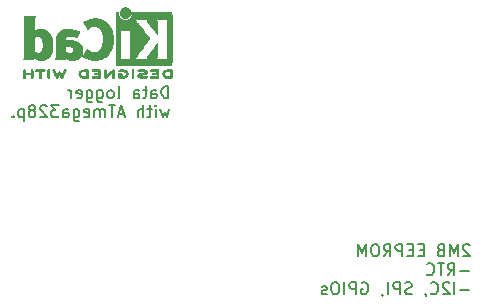
<source format=gbo>
%TF.GenerationSoftware,KiCad,Pcbnew,7.0.5*%
%TF.CreationDate,2024-01-17T23:55:02+05:30*%
%TF.ProjectId,mcu datalogger,6d637520-6461-4746-916c-6f676765722e,1*%
%TF.SameCoordinates,Original*%
%TF.FileFunction,Legend,Bot*%
%TF.FilePolarity,Positive*%
%FSLAX46Y46*%
G04 Gerber Fmt 4.6, Leading zero omitted, Abs format (unit mm)*
G04 Created by KiCad (PCBNEW 7.0.5) date 2024-01-17 23:55:02*
%MOMM*%
%LPD*%
G01*
G04 APERTURE LIST*
%ADD10C,0.150000*%
%ADD11C,0.010000*%
G04 APERTURE END LIST*
D10*
X146446639Y-87413657D02*
X146399020Y-87366038D01*
X146399020Y-87366038D02*
X146303782Y-87318419D01*
X146303782Y-87318419D02*
X146065687Y-87318419D01*
X146065687Y-87318419D02*
X145970449Y-87366038D01*
X145970449Y-87366038D02*
X145922830Y-87413657D01*
X145922830Y-87413657D02*
X145875211Y-87508895D01*
X145875211Y-87508895D02*
X145875211Y-87604133D01*
X145875211Y-87604133D02*
X145922830Y-87746990D01*
X145922830Y-87746990D02*
X146494258Y-88318419D01*
X146494258Y-88318419D02*
X145875211Y-88318419D01*
X145446639Y-88318419D02*
X145446639Y-87318419D01*
X145446639Y-87318419D02*
X145113306Y-88032704D01*
X145113306Y-88032704D02*
X144779973Y-87318419D01*
X144779973Y-87318419D02*
X144779973Y-88318419D01*
X143970449Y-87794609D02*
X143827592Y-87842228D01*
X143827592Y-87842228D02*
X143779973Y-87889847D01*
X143779973Y-87889847D02*
X143732354Y-87985085D01*
X143732354Y-87985085D02*
X143732354Y-88127942D01*
X143732354Y-88127942D02*
X143779973Y-88223180D01*
X143779973Y-88223180D02*
X143827592Y-88270800D01*
X143827592Y-88270800D02*
X143922830Y-88318419D01*
X143922830Y-88318419D02*
X144303782Y-88318419D01*
X144303782Y-88318419D02*
X144303782Y-87318419D01*
X144303782Y-87318419D02*
X143970449Y-87318419D01*
X143970449Y-87318419D02*
X143875211Y-87366038D01*
X143875211Y-87366038D02*
X143827592Y-87413657D01*
X143827592Y-87413657D02*
X143779973Y-87508895D01*
X143779973Y-87508895D02*
X143779973Y-87604133D01*
X143779973Y-87604133D02*
X143827592Y-87699371D01*
X143827592Y-87699371D02*
X143875211Y-87746990D01*
X143875211Y-87746990D02*
X143970449Y-87794609D01*
X143970449Y-87794609D02*
X144303782Y-87794609D01*
X142541877Y-87794609D02*
X142208544Y-87794609D01*
X142065687Y-88318419D02*
X142541877Y-88318419D01*
X142541877Y-88318419D02*
X142541877Y-87318419D01*
X142541877Y-87318419D02*
X142065687Y-87318419D01*
X141637115Y-87794609D02*
X141303782Y-87794609D01*
X141160925Y-88318419D02*
X141637115Y-88318419D01*
X141637115Y-88318419D02*
X141637115Y-87318419D01*
X141637115Y-87318419D02*
X141160925Y-87318419D01*
X140732353Y-88318419D02*
X140732353Y-87318419D01*
X140732353Y-87318419D02*
X140351401Y-87318419D01*
X140351401Y-87318419D02*
X140256163Y-87366038D01*
X140256163Y-87366038D02*
X140208544Y-87413657D01*
X140208544Y-87413657D02*
X140160925Y-87508895D01*
X140160925Y-87508895D02*
X140160925Y-87651752D01*
X140160925Y-87651752D02*
X140208544Y-87746990D01*
X140208544Y-87746990D02*
X140256163Y-87794609D01*
X140256163Y-87794609D02*
X140351401Y-87842228D01*
X140351401Y-87842228D02*
X140732353Y-87842228D01*
X139160925Y-88318419D02*
X139494258Y-87842228D01*
X139732353Y-88318419D02*
X139732353Y-87318419D01*
X139732353Y-87318419D02*
X139351401Y-87318419D01*
X139351401Y-87318419D02*
X139256163Y-87366038D01*
X139256163Y-87366038D02*
X139208544Y-87413657D01*
X139208544Y-87413657D02*
X139160925Y-87508895D01*
X139160925Y-87508895D02*
X139160925Y-87651752D01*
X139160925Y-87651752D02*
X139208544Y-87746990D01*
X139208544Y-87746990D02*
X139256163Y-87794609D01*
X139256163Y-87794609D02*
X139351401Y-87842228D01*
X139351401Y-87842228D02*
X139732353Y-87842228D01*
X138541877Y-87318419D02*
X138351401Y-87318419D01*
X138351401Y-87318419D02*
X138256163Y-87366038D01*
X138256163Y-87366038D02*
X138160925Y-87461276D01*
X138160925Y-87461276D02*
X138113306Y-87651752D01*
X138113306Y-87651752D02*
X138113306Y-87985085D01*
X138113306Y-87985085D02*
X138160925Y-88175561D01*
X138160925Y-88175561D02*
X138256163Y-88270800D01*
X138256163Y-88270800D02*
X138351401Y-88318419D01*
X138351401Y-88318419D02*
X138541877Y-88318419D01*
X138541877Y-88318419D02*
X138637115Y-88270800D01*
X138637115Y-88270800D02*
X138732353Y-88175561D01*
X138732353Y-88175561D02*
X138779972Y-87985085D01*
X138779972Y-87985085D02*
X138779972Y-87651752D01*
X138779972Y-87651752D02*
X138732353Y-87461276D01*
X138732353Y-87461276D02*
X138637115Y-87366038D01*
X138637115Y-87366038D02*
X138541877Y-87318419D01*
X137684734Y-88318419D02*
X137684734Y-87318419D01*
X137684734Y-87318419D02*
X137351401Y-88032704D01*
X137351401Y-88032704D02*
X137018068Y-87318419D01*
X137018068Y-87318419D02*
X137018068Y-88318419D01*
X146399020Y-89547466D02*
X145637116Y-89547466D01*
X144589497Y-89928419D02*
X144922830Y-89452228D01*
X145160925Y-89928419D02*
X145160925Y-88928419D01*
X145160925Y-88928419D02*
X144779973Y-88928419D01*
X144779973Y-88928419D02*
X144684735Y-88976038D01*
X144684735Y-88976038D02*
X144637116Y-89023657D01*
X144637116Y-89023657D02*
X144589497Y-89118895D01*
X144589497Y-89118895D02*
X144589497Y-89261752D01*
X144589497Y-89261752D02*
X144637116Y-89356990D01*
X144637116Y-89356990D02*
X144684735Y-89404609D01*
X144684735Y-89404609D02*
X144779973Y-89452228D01*
X144779973Y-89452228D02*
X145160925Y-89452228D01*
X144303782Y-88928419D02*
X143732354Y-88928419D01*
X144018068Y-89928419D02*
X144018068Y-88928419D01*
X142827592Y-89833180D02*
X142875211Y-89880800D01*
X142875211Y-89880800D02*
X143018068Y-89928419D01*
X143018068Y-89928419D02*
X143113306Y-89928419D01*
X143113306Y-89928419D02*
X143256163Y-89880800D01*
X143256163Y-89880800D02*
X143351401Y-89785561D01*
X143351401Y-89785561D02*
X143399020Y-89690323D01*
X143399020Y-89690323D02*
X143446639Y-89499847D01*
X143446639Y-89499847D02*
X143446639Y-89356990D01*
X143446639Y-89356990D02*
X143399020Y-89166514D01*
X143399020Y-89166514D02*
X143351401Y-89071276D01*
X143351401Y-89071276D02*
X143256163Y-88976038D01*
X143256163Y-88976038D02*
X143113306Y-88928419D01*
X143113306Y-88928419D02*
X143018068Y-88928419D01*
X143018068Y-88928419D02*
X142875211Y-88976038D01*
X142875211Y-88976038D02*
X142827592Y-89023657D01*
X146399020Y-91157466D02*
X145637116Y-91157466D01*
X145160925Y-91538419D02*
X145160925Y-90538419D01*
X144732354Y-90633657D02*
X144684735Y-90586038D01*
X144684735Y-90586038D02*
X144589497Y-90538419D01*
X144589497Y-90538419D02*
X144351402Y-90538419D01*
X144351402Y-90538419D02*
X144256164Y-90586038D01*
X144256164Y-90586038D02*
X144208545Y-90633657D01*
X144208545Y-90633657D02*
X144160926Y-90728895D01*
X144160926Y-90728895D02*
X144160926Y-90824133D01*
X144160926Y-90824133D02*
X144208545Y-90966990D01*
X144208545Y-90966990D02*
X144779973Y-91538419D01*
X144779973Y-91538419D02*
X144160926Y-91538419D01*
X143160926Y-91443180D02*
X143208545Y-91490800D01*
X143208545Y-91490800D02*
X143351402Y-91538419D01*
X143351402Y-91538419D02*
X143446640Y-91538419D01*
X143446640Y-91538419D02*
X143589497Y-91490800D01*
X143589497Y-91490800D02*
X143684735Y-91395561D01*
X143684735Y-91395561D02*
X143732354Y-91300323D01*
X143732354Y-91300323D02*
X143779973Y-91109847D01*
X143779973Y-91109847D02*
X143779973Y-90966990D01*
X143779973Y-90966990D02*
X143732354Y-90776514D01*
X143732354Y-90776514D02*
X143684735Y-90681276D01*
X143684735Y-90681276D02*
X143589497Y-90586038D01*
X143589497Y-90586038D02*
X143446640Y-90538419D01*
X143446640Y-90538419D02*
X143351402Y-90538419D01*
X143351402Y-90538419D02*
X143208545Y-90586038D01*
X143208545Y-90586038D02*
X143160926Y-90633657D01*
X142684735Y-91490800D02*
X142684735Y-91538419D01*
X142684735Y-91538419D02*
X142732354Y-91633657D01*
X142732354Y-91633657D02*
X142779973Y-91681276D01*
X141541878Y-91490800D02*
X141399021Y-91538419D01*
X141399021Y-91538419D02*
X141160926Y-91538419D01*
X141160926Y-91538419D02*
X141065688Y-91490800D01*
X141065688Y-91490800D02*
X141018069Y-91443180D01*
X141018069Y-91443180D02*
X140970450Y-91347942D01*
X140970450Y-91347942D02*
X140970450Y-91252704D01*
X140970450Y-91252704D02*
X141018069Y-91157466D01*
X141018069Y-91157466D02*
X141065688Y-91109847D01*
X141065688Y-91109847D02*
X141160926Y-91062228D01*
X141160926Y-91062228D02*
X141351402Y-91014609D01*
X141351402Y-91014609D02*
X141446640Y-90966990D01*
X141446640Y-90966990D02*
X141494259Y-90919371D01*
X141494259Y-90919371D02*
X141541878Y-90824133D01*
X141541878Y-90824133D02*
X141541878Y-90728895D01*
X141541878Y-90728895D02*
X141494259Y-90633657D01*
X141494259Y-90633657D02*
X141446640Y-90586038D01*
X141446640Y-90586038D02*
X141351402Y-90538419D01*
X141351402Y-90538419D02*
X141113307Y-90538419D01*
X141113307Y-90538419D02*
X140970450Y-90586038D01*
X140541878Y-91538419D02*
X140541878Y-90538419D01*
X140541878Y-90538419D02*
X140160926Y-90538419D01*
X140160926Y-90538419D02*
X140065688Y-90586038D01*
X140065688Y-90586038D02*
X140018069Y-90633657D01*
X140018069Y-90633657D02*
X139970450Y-90728895D01*
X139970450Y-90728895D02*
X139970450Y-90871752D01*
X139970450Y-90871752D02*
X140018069Y-90966990D01*
X140018069Y-90966990D02*
X140065688Y-91014609D01*
X140065688Y-91014609D02*
X140160926Y-91062228D01*
X140160926Y-91062228D02*
X140541878Y-91062228D01*
X139541878Y-91538419D02*
X139541878Y-90538419D01*
X139018069Y-91490800D02*
X139018069Y-91538419D01*
X139018069Y-91538419D02*
X139065688Y-91633657D01*
X139065688Y-91633657D02*
X139113307Y-91681276D01*
X137303784Y-90586038D02*
X137399022Y-90538419D01*
X137399022Y-90538419D02*
X137541879Y-90538419D01*
X137541879Y-90538419D02*
X137684736Y-90586038D01*
X137684736Y-90586038D02*
X137779974Y-90681276D01*
X137779974Y-90681276D02*
X137827593Y-90776514D01*
X137827593Y-90776514D02*
X137875212Y-90966990D01*
X137875212Y-90966990D02*
X137875212Y-91109847D01*
X137875212Y-91109847D02*
X137827593Y-91300323D01*
X137827593Y-91300323D02*
X137779974Y-91395561D01*
X137779974Y-91395561D02*
X137684736Y-91490800D01*
X137684736Y-91490800D02*
X137541879Y-91538419D01*
X137541879Y-91538419D02*
X137446641Y-91538419D01*
X137446641Y-91538419D02*
X137303784Y-91490800D01*
X137303784Y-91490800D02*
X137256165Y-91443180D01*
X137256165Y-91443180D02*
X137256165Y-91109847D01*
X137256165Y-91109847D02*
X137446641Y-91109847D01*
X136827593Y-91538419D02*
X136827593Y-90538419D01*
X136827593Y-90538419D02*
X136446641Y-90538419D01*
X136446641Y-90538419D02*
X136351403Y-90586038D01*
X136351403Y-90586038D02*
X136303784Y-90633657D01*
X136303784Y-90633657D02*
X136256165Y-90728895D01*
X136256165Y-90728895D02*
X136256165Y-90871752D01*
X136256165Y-90871752D02*
X136303784Y-90966990D01*
X136303784Y-90966990D02*
X136351403Y-91014609D01*
X136351403Y-91014609D02*
X136446641Y-91062228D01*
X136446641Y-91062228D02*
X136827593Y-91062228D01*
X135827593Y-91538419D02*
X135827593Y-90538419D01*
X135160927Y-90538419D02*
X134970451Y-90538419D01*
X134970451Y-90538419D02*
X134875213Y-90586038D01*
X134875213Y-90586038D02*
X134779975Y-90681276D01*
X134779975Y-90681276D02*
X134732356Y-90871752D01*
X134732356Y-90871752D02*
X134732356Y-91205085D01*
X134732356Y-91205085D02*
X134779975Y-91395561D01*
X134779975Y-91395561D02*
X134875213Y-91490800D01*
X134875213Y-91490800D02*
X134970451Y-91538419D01*
X134970451Y-91538419D02*
X135160927Y-91538419D01*
X135160927Y-91538419D02*
X135256165Y-91490800D01*
X135256165Y-91490800D02*
X135351403Y-91395561D01*
X135351403Y-91395561D02*
X135399022Y-91205085D01*
X135399022Y-91205085D02*
X135399022Y-90871752D01*
X135399022Y-90871752D02*
X135351403Y-90681276D01*
X135351403Y-90681276D02*
X135256165Y-90586038D01*
X135256165Y-90586038D02*
X135160927Y-90538419D01*
X134351403Y-91490800D02*
X134256165Y-91538419D01*
X134256165Y-91538419D02*
X134065689Y-91538419D01*
X134065689Y-91538419D02*
X133970451Y-91490800D01*
X133970451Y-91490800D02*
X133922832Y-91395561D01*
X133922832Y-91395561D02*
X133922832Y-91347942D01*
X133922832Y-91347942D02*
X133970451Y-91252704D01*
X133970451Y-91252704D02*
X134065689Y-91205085D01*
X134065689Y-91205085D02*
X134208546Y-91205085D01*
X134208546Y-91205085D02*
X134303784Y-91157466D01*
X134303784Y-91157466D02*
X134351403Y-91062228D01*
X134351403Y-91062228D02*
X134351403Y-91014609D01*
X134351403Y-91014609D02*
X134303784Y-90919371D01*
X134303784Y-90919371D02*
X134208546Y-90871752D01*
X134208546Y-90871752D02*
X134065689Y-90871752D01*
X134065689Y-90871752D02*
X133970451Y-90919371D01*
X120922820Y-74942419D02*
X120922820Y-73942419D01*
X120922820Y-73942419D02*
X120684725Y-73942419D01*
X120684725Y-73942419D02*
X120541868Y-73990038D01*
X120541868Y-73990038D02*
X120446630Y-74085276D01*
X120446630Y-74085276D02*
X120399011Y-74180514D01*
X120399011Y-74180514D02*
X120351392Y-74370990D01*
X120351392Y-74370990D02*
X120351392Y-74513847D01*
X120351392Y-74513847D02*
X120399011Y-74704323D01*
X120399011Y-74704323D02*
X120446630Y-74799561D01*
X120446630Y-74799561D02*
X120541868Y-74894800D01*
X120541868Y-74894800D02*
X120684725Y-74942419D01*
X120684725Y-74942419D02*
X120922820Y-74942419D01*
X119494249Y-74942419D02*
X119494249Y-74418609D01*
X119494249Y-74418609D02*
X119541868Y-74323371D01*
X119541868Y-74323371D02*
X119637106Y-74275752D01*
X119637106Y-74275752D02*
X119827582Y-74275752D01*
X119827582Y-74275752D02*
X119922820Y-74323371D01*
X119494249Y-74894800D02*
X119589487Y-74942419D01*
X119589487Y-74942419D02*
X119827582Y-74942419D01*
X119827582Y-74942419D02*
X119922820Y-74894800D01*
X119922820Y-74894800D02*
X119970439Y-74799561D01*
X119970439Y-74799561D02*
X119970439Y-74704323D01*
X119970439Y-74704323D02*
X119922820Y-74609085D01*
X119922820Y-74609085D02*
X119827582Y-74561466D01*
X119827582Y-74561466D02*
X119589487Y-74561466D01*
X119589487Y-74561466D02*
X119494249Y-74513847D01*
X119160915Y-74275752D02*
X118779963Y-74275752D01*
X119018058Y-73942419D02*
X119018058Y-74799561D01*
X119018058Y-74799561D02*
X118970439Y-74894800D01*
X118970439Y-74894800D02*
X118875201Y-74942419D01*
X118875201Y-74942419D02*
X118779963Y-74942419D01*
X118018058Y-74942419D02*
X118018058Y-74418609D01*
X118018058Y-74418609D02*
X118065677Y-74323371D01*
X118065677Y-74323371D02*
X118160915Y-74275752D01*
X118160915Y-74275752D02*
X118351391Y-74275752D01*
X118351391Y-74275752D02*
X118446629Y-74323371D01*
X118018058Y-74894800D02*
X118113296Y-74942419D01*
X118113296Y-74942419D02*
X118351391Y-74942419D01*
X118351391Y-74942419D02*
X118446629Y-74894800D01*
X118446629Y-74894800D02*
X118494248Y-74799561D01*
X118494248Y-74799561D02*
X118494248Y-74704323D01*
X118494248Y-74704323D02*
X118446629Y-74609085D01*
X118446629Y-74609085D02*
X118351391Y-74561466D01*
X118351391Y-74561466D02*
X118113296Y-74561466D01*
X118113296Y-74561466D02*
X118018058Y-74513847D01*
X116637105Y-74942419D02*
X116732343Y-74894800D01*
X116732343Y-74894800D02*
X116779962Y-74799561D01*
X116779962Y-74799561D02*
X116779962Y-73942419D01*
X116113295Y-74942419D02*
X116208533Y-74894800D01*
X116208533Y-74894800D02*
X116256152Y-74847180D01*
X116256152Y-74847180D02*
X116303771Y-74751942D01*
X116303771Y-74751942D02*
X116303771Y-74466228D01*
X116303771Y-74466228D02*
X116256152Y-74370990D01*
X116256152Y-74370990D02*
X116208533Y-74323371D01*
X116208533Y-74323371D02*
X116113295Y-74275752D01*
X116113295Y-74275752D02*
X115970438Y-74275752D01*
X115970438Y-74275752D02*
X115875200Y-74323371D01*
X115875200Y-74323371D02*
X115827581Y-74370990D01*
X115827581Y-74370990D02*
X115779962Y-74466228D01*
X115779962Y-74466228D02*
X115779962Y-74751942D01*
X115779962Y-74751942D02*
X115827581Y-74847180D01*
X115827581Y-74847180D02*
X115875200Y-74894800D01*
X115875200Y-74894800D02*
X115970438Y-74942419D01*
X115970438Y-74942419D02*
X116113295Y-74942419D01*
X114922819Y-74275752D02*
X114922819Y-75085276D01*
X114922819Y-75085276D02*
X114970438Y-75180514D01*
X114970438Y-75180514D02*
X115018057Y-75228133D01*
X115018057Y-75228133D02*
X115113295Y-75275752D01*
X115113295Y-75275752D02*
X115256152Y-75275752D01*
X115256152Y-75275752D02*
X115351390Y-75228133D01*
X114922819Y-74894800D02*
X115018057Y-74942419D01*
X115018057Y-74942419D02*
X115208533Y-74942419D01*
X115208533Y-74942419D02*
X115303771Y-74894800D01*
X115303771Y-74894800D02*
X115351390Y-74847180D01*
X115351390Y-74847180D02*
X115399009Y-74751942D01*
X115399009Y-74751942D02*
X115399009Y-74466228D01*
X115399009Y-74466228D02*
X115351390Y-74370990D01*
X115351390Y-74370990D02*
X115303771Y-74323371D01*
X115303771Y-74323371D02*
X115208533Y-74275752D01*
X115208533Y-74275752D02*
X115018057Y-74275752D01*
X115018057Y-74275752D02*
X114922819Y-74323371D01*
X114018057Y-74275752D02*
X114018057Y-75085276D01*
X114018057Y-75085276D02*
X114065676Y-75180514D01*
X114065676Y-75180514D02*
X114113295Y-75228133D01*
X114113295Y-75228133D02*
X114208533Y-75275752D01*
X114208533Y-75275752D02*
X114351390Y-75275752D01*
X114351390Y-75275752D02*
X114446628Y-75228133D01*
X114018057Y-74894800D02*
X114113295Y-74942419D01*
X114113295Y-74942419D02*
X114303771Y-74942419D01*
X114303771Y-74942419D02*
X114399009Y-74894800D01*
X114399009Y-74894800D02*
X114446628Y-74847180D01*
X114446628Y-74847180D02*
X114494247Y-74751942D01*
X114494247Y-74751942D02*
X114494247Y-74466228D01*
X114494247Y-74466228D02*
X114446628Y-74370990D01*
X114446628Y-74370990D02*
X114399009Y-74323371D01*
X114399009Y-74323371D02*
X114303771Y-74275752D01*
X114303771Y-74275752D02*
X114113295Y-74275752D01*
X114113295Y-74275752D02*
X114018057Y-74323371D01*
X113160914Y-74894800D02*
X113256152Y-74942419D01*
X113256152Y-74942419D02*
X113446628Y-74942419D01*
X113446628Y-74942419D02*
X113541866Y-74894800D01*
X113541866Y-74894800D02*
X113589485Y-74799561D01*
X113589485Y-74799561D02*
X113589485Y-74418609D01*
X113589485Y-74418609D02*
X113541866Y-74323371D01*
X113541866Y-74323371D02*
X113446628Y-74275752D01*
X113446628Y-74275752D02*
X113256152Y-74275752D01*
X113256152Y-74275752D02*
X113160914Y-74323371D01*
X113160914Y-74323371D02*
X113113295Y-74418609D01*
X113113295Y-74418609D02*
X113113295Y-74513847D01*
X113113295Y-74513847D02*
X113589485Y-74609085D01*
X112684723Y-74942419D02*
X112684723Y-74275752D01*
X112684723Y-74466228D02*
X112637104Y-74370990D01*
X112637104Y-74370990D02*
X112589485Y-74323371D01*
X112589485Y-74323371D02*
X112494247Y-74275752D01*
X112494247Y-74275752D02*
X112399009Y-74275752D01*
X121018058Y-75885752D02*
X120827582Y-76552419D01*
X120827582Y-76552419D02*
X120637106Y-76076228D01*
X120637106Y-76076228D02*
X120446630Y-76552419D01*
X120446630Y-76552419D02*
X120256154Y-75885752D01*
X119875201Y-76552419D02*
X119875201Y-75885752D01*
X119875201Y-75552419D02*
X119922820Y-75600038D01*
X119922820Y-75600038D02*
X119875201Y-75647657D01*
X119875201Y-75647657D02*
X119827582Y-75600038D01*
X119827582Y-75600038D02*
X119875201Y-75552419D01*
X119875201Y-75552419D02*
X119875201Y-75647657D01*
X119541868Y-75885752D02*
X119160916Y-75885752D01*
X119399011Y-75552419D02*
X119399011Y-76409561D01*
X119399011Y-76409561D02*
X119351392Y-76504800D01*
X119351392Y-76504800D02*
X119256154Y-76552419D01*
X119256154Y-76552419D02*
X119160916Y-76552419D01*
X118827582Y-76552419D02*
X118827582Y-75552419D01*
X118399011Y-76552419D02*
X118399011Y-76028609D01*
X118399011Y-76028609D02*
X118446630Y-75933371D01*
X118446630Y-75933371D02*
X118541868Y-75885752D01*
X118541868Y-75885752D02*
X118684725Y-75885752D01*
X118684725Y-75885752D02*
X118779963Y-75933371D01*
X118779963Y-75933371D02*
X118827582Y-75980990D01*
X117208534Y-76266704D02*
X116732344Y-76266704D01*
X117303772Y-76552419D02*
X116970439Y-75552419D01*
X116970439Y-75552419D02*
X116637106Y-76552419D01*
X116446629Y-75552419D02*
X115875201Y-75552419D01*
X116160915Y-76552419D02*
X116160915Y-75552419D01*
X115541867Y-76552419D02*
X115541867Y-75885752D01*
X115541867Y-75980990D02*
X115494248Y-75933371D01*
X115494248Y-75933371D02*
X115399010Y-75885752D01*
X115399010Y-75885752D02*
X115256153Y-75885752D01*
X115256153Y-75885752D02*
X115160915Y-75933371D01*
X115160915Y-75933371D02*
X115113296Y-76028609D01*
X115113296Y-76028609D02*
X115113296Y-76552419D01*
X115113296Y-76028609D02*
X115065677Y-75933371D01*
X115065677Y-75933371D02*
X114970439Y-75885752D01*
X114970439Y-75885752D02*
X114827582Y-75885752D01*
X114827582Y-75885752D02*
X114732343Y-75933371D01*
X114732343Y-75933371D02*
X114684724Y-76028609D01*
X114684724Y-76028609D02*
X114684724Y-76552419D01*
X113827582Y-76504800D02*
X113922820Y-76552419D01*
X113922820Y-76552419D02*
X114113296Y-76552419D01*
X114113296Y-76552419D02*
X114208534Y-76504800D01*
X114208534Y-76504800D02*
X114256153Y-76409561D01*
X114256153Y-76409561D02*
X114256153Y-76028609D01*
X114256153Y-76028609D02*
X114208534Y-75933371D01*
X114208534Y-75933371D02*
X114113296Y-75885752D01*
X114113296Y-75885752D02*
X113922820Y-75885752D01*
X113922820Y-75885752D02*
X113827582Y-75933371D01*
X113827582Y-75933371D02*
X113779963Y-76028609D01*
X113779963Y-76028609D02*
X113779963Y-76123847D01*
X113779963Y-76123847D02*
X114256153Y-76219085D01*
X112922820Y-75885752D02*
X112922820Y-76695276D01*
X112922820Y-76695276D02*
X112970439Y-76790514D01*
X112970439Y-76790514D02*
X113018058Y-76838133D01*
X113018058Y-76838133D02*
X113113296Y-76885752D01*
X113113296Y-76885752D02*
X113256153Y-76885752D01*
X113256153Y-76885752D02*
X113351391Y-76838133D01*
X112922820Y-76504800D02*
X113018058Y-76552419D01*
X113018058Y-76552419D02*
X113208534Y-76552419D01*
X113208534Y-76552419D02*
X113303772Y-76504800D01*
X113303772Y-76504800D02*
X113351391Y-76457180D01*
X113351391Y-76457180D02*
X113399010Y-76361942D01*
X113399010Y-76361942D02*
X113399010Y-76076228D01*
X113399010Y-76076228D02*
X113351391Y-75980990D01*
X113351391Y-75980990D02*
X113303772Y-75933371D01*
X113303772Y-75933371D02*
X113208534Y-75885752D01*
X113208534Y-75885752D02*
X113018058Y-75885752D01*
X113018058Y-75885752D02*
X112922820Y-75933371D01*
X112018058Y-76552419D02*
X112018058Y-76028609D01*
X112018058Y-76028609D02*
X112065677Y-75933371D01*
X112065677Y-75933371D02*
X112160915Y-75885752D01*
X112160915Y-75885752D02*
X112351391Y-75885752D01*
X112351391Y-75885752D02*
X112446629Y-75933371D01*
X112018058Y-76504800D02*
X112113296Y-76552419D01*
X112113296Y-76552419D02*
X112351391Y-76552419D01*
X112351391Y-76552419D02*
X112446629Y-76504800D01*
X112446629Y-76504800D02*
X112494248Y-76409561D01*
X112494248Y-76409561D02*
X112494248Y-76314323D01*
X112494248Y-76314323D02*
X112446629Y-76219085D01*
X112446629Y-76219085D02*
X112351391Y-76171466D01*
X112351391Y-76171466D02*
X112113296Y-76171466D01*
X112113296Y-76171466D02*
X112018058Y-76123847D01*
X111637105Y-75552419D02*
X111018058Y-75552419D01*
X111018058Y-75552419D02*
X111351391Y-75933371D01*
X111351391Y-75933371D02*
X111208534Y-75933371D01*
X111208534Y-75933371D02*
X111113296Y-75980990D01*
X111113296Y-75980990D02*
X111065677Y-76028609D01*
X111065677Y-76028609D02*
X111018058Y-76123847D01*
X111018058Y-76123847D02*
X111018058Y-76361942D01*
X111018058Y-76361942D02*
X111065677Y-76457180D01*
X111065677Y-76457180D02*
X111113296Y-76504800D01*
X111113296Y-76504800D02*
X111208534Y-76552419D01*
X111208534Y-76552419D02*
X111494248Y-76552419D01*
X111494248Y-76552419D02*
X111589486Y-76504800D01*
X111589486Y-76504800D02*
X111637105Y-76457180D01*
X110637105Y-75647657D02*
X110589486Y-75600038D01*
X110589486Y-75600038D02*
X110494248Y-75552419D01*
X110494248Y-75552419D02*
X110256153Y-75552419D01*
X110256153Y-75552419D02*
X110160915Y-75600038D01*
X110160915Y-75600038D02*
X110113296Y-75647657D01*
X110113296Y-75647657D02*
X110065677Y-75742895D01*
X110065677Y-75742895D02*
X110065677Y-75838133D01*
X110065677Y-75838133D02*
X110113296Y-75980990D01*
X110113296Y-75980990D02*
X110684724Y-76552419D01*
X110684724Y-76552419D02*
X110065677Y-76552419D01*
X109494248Y-75980990D02*
X109589486Y-75933371D01*
X109589486Y-75933371D02*
X109637105Y-75885752D01*
X109637105Y-75885752D02*
X109684724Y-75790514D01*
X109684724Y-75790514D02*
X109684724Y-75742895D01*
X109684724Y-75742895D02*
X109637105Y-75647657D01*
X109637105Y-75647657D02*
X109589486Y-75600038D01*
X109589486Y-75600038D02*
X109494248Y-75552419D01*
X109494248Y-75552419D02*
X109303772Y-75552419D01*
X109303772Y-75552419D02*
X109208534Y-75600038D01*
X109208534Y-75600038D02*
X109160915Y-75647657D01*
X109160915Y-75647657D02*
X109113296Y-75742895D01*
X109113296Y-75742895D02*
X109113296Y-75790514D01*
X109113296Y-75790514D02*
X109160915Y-75885752D01*
X109160915Y-75885752D02*
X109208534Y-75933371D01*
X109208534Y-75933371D02*
X109303772Y-75980990D01*
X109303772Y-75980990D02*
X109494248Y-75980990D01*
X109494248Y-75980990D02*
X109589486Y-76028609D01*
X109589486Y-76028609D02*
X109637105Y-76076228D01*
X109637105Y-76076228D02*
X109684724Y-76171466D01*
X109684724Y-76171466D02*
X109684724Y-76361942D01*
X109684724Y-76361942D02*
X109637105Y-76457180D01*
X109637105Y-76457180D02*
X109589486Y-76504800D01*
X109589486Y-76504800D02*
X109494248Y-76552419D01*
X109494248Y-76552419D02*
X109303772Y-76552419D01*
X109303772Y-76552419D02*
X109208534Y-76504800D01*
X109208534Y-76504800D02*
X109160915Y-76457180D01*
X109160915Y-76457180D02*
X109113296Y-76361942D01*
X109113296Y-76361942D02*
X109113296Y-76171466D01*
X109113296Y-76171466D02*
X109160915Y-76076228D01*
X109160915Y-76076228D02*
X109208534Y-76028609D01*
X109208534Y-76028609D02*
X109303772Y-75980990D01*
X108684724Y-75885752D02*
X108684724Y-76885752D01*
X108684724Y-75933371D02*
X108589486Y-75885752D01*
X108589486Y-75885752D02*
X108399010Y-75885752D01*
X108399010Y-75885752D02*
X108303772Y-75933371D01*
X108303772Y-75933371D02*
X108256153Y-75980990D01*
X108256153Y-75980990D02*
X108208534Y-76076228D01*
X108208534Y-76076228D02*
X108208534Y-76361942D01*
X108208534Y-76361942D02*
X108256153Y-76457180D01*
X108256153Y-76457180D02*
X108303772Y-76504800D01*
X108303772Y-76504800D02*
X108399010Y-76552419D01*
X108399010Y-76552419D02*
X108589486Y-76552419D01*
X108589486Y-76552419D02*
X108684724Y-76504800D01*
X107779962Y-76457180D02*
X107732343Y-76504800D01*
X107732343Y-76504800D02*
X107779962Y-76552419D01*
X107779962Y-76552419D02*
X107827581Y-76504800D01*
X107827581Y-76504800D02*
X107779962Y-76457180D01*
X107779962Y-76457180D02*
X107779962Y-76552419D01*
%TO.C,REF\u002A\u002A*%
D11*
X110790406Y-72505949D02*
X110816127Y-72521647D01*
X110842778Y-72543227D01*
X110842778Y-73190684D01*
X110816127Y-73212264D01*
X110784767Y-73229739D01*
X110748966Y-73230575D01*
X110717528Y-73210082D01*
X110713652Y-73205416D01*
X110708186Y-73195949D01*
X110703979Y-73182267D01*
X110700867Y-73161748D01*
X110698687Y-73131768D01*
X110697276Y-73089704D01*
X110696471Y-73032932D01*
X110696107Y-72958830D01*
X110696022Y-72864773D01*
X110696022Y-72543227D01*
X110722673Y-72521647D01*
X110746386Y-72506877D01*
X110769400Y-72500067D01*
X110790406Y-72505949D01*
G36*
X110790406Y-72505949D02*
G01*
X110816127Y-72521647D01*
X110842778Y-72543227D01*
X110842778Y-73190684D01*
X110816127Y-73212264D01*
X110784767Y-73229739D01*
X110748966Y-73230575D01*
X110717528Y-73210082D01*
X110713652Y-73205416D01*
X110708186Y-73195949D01*
X110703979Y-73182267D01*
X110700867Y-73161748D01*
X110698687Y-73131768D01*
X110697276Y-73089704D01*
X110696471Y-73032932D01*
X110696107Y-72958830D01*
X110696022Y-72864773D01*
X110696022Y-72543227D01*
X110722673Y-72521647D01*
X110746386Y-72506877D01*
X110769400Y-72500067D01*
X110790406Y-72505949D01*
G37*
X117921137Y-72504463D02*
X117955291Y-72527776D01*
X117983000Y-72555485D01*
X117983000Y-72868537D01*
X117982959Y-72952567D01*
X117982701Y-73026789D01*
X117982030Y-73083541D01*
X117980752Y-73125512D01*
X117978673Y-73155389D01*
X117975599Y-73175861D01*
X117971334Y-73189614D01*
X117965684Y-73199337D01*
X117958455Y-73207717D01*
X117926991Y-73229181D01*
X117891826Y-73230947D01*
X117858822Y-73211267D01*
X117853516Y-73205398D01*
X117848066Y-73196314D01*
X117843900Y-73182973D01*
X117840846Y-73162757D01*
X117838732Y-73133049D01*
X117837386Y-73091232D01*
X117836638Y-73034689D01*
X117836314Y-72960802D01*
X117836245Y-72866956D01*
X117836284Y-72791294D01*
X117836539Y-72713385D01*
X117837183Y-72653375D01*
X117838387Y-72608648D01*
X117840324Y-72576585D01*
X117843164Y-72554571D01*
X117847079Y-72539987D01*
X117852242Y-72530218D01*
X117858822Y-72522645D01*
X117888006Y-72503623D01*
X117921137Y-72504463D01*
G36*
X117921137Y-72504463D02*
G01*
X117955291Y-72527776D01*
X117983000Y-72555485D01*
X117983000Y-72868537D01*
X117982959Y-72952567D01*
X117982701Y-73026789D01*
X117982030Y-73083541D01*
X117980752Y-73125512D01*
X117978673Y-73155389D01*
X117975599Y-73175861D01*
X117971334Y-73189614D01*
X117965684Y-73199337D01*
X117958455Y-73207717D01*
X117926991Y-73229181D01*
X117891826Y-73230947D01*
X117858822Y-73211267D01*
X117853516Y-73205398D01*
X117848066Y-73196314D01*
X117843900Y-73182973D01*
X117840846Y-73162757D01*
X117838732Y-73133049D01*
X117837386Y-73091232D01*
X117836638Y-73034689D01*
X117836314Y-72960802D01*
X117836245Y-72866956D01*
X117836284Y-72791294D01*
X117836539Y-72713385D01*
X117837183Y-72653375D01*
X117838387Y-72608648D01*
X117840324Y-72576585D01*
X117843164Y-72554571D01*
X117847079Y-72539987D01*
X117852242Y-72530218D01*
X117858822Y-72522645D01*
X117888006Y-72503623D01*
X117921137Y-72504463D01*
G37*
X117389562Y-67263850D02*
X117472313Y-67291053D01*
X117547406Y-67336484D01*
X117619298Y-67402302D01*
X117657846Y-67446567D01*
X117697256Y-67504961D01*
X117722446Y-67565586D01*
X117735861Y-67634865D01*
X117739948Y-67719222D01*
X117739669Y-67765307D01*
X117737460Y-67806450D01*
X117731894Y-67838582D01*
X117721586Y-67869122D01*
X117705148Y-67905489D01*
X117691200Y-67932728D01*
X117632665Y-68018429D01*
X117560619Y-68087617D01*
X117476947Y-68138741D01*
X117383531Y-68170250D01*
X117350434Y-68177225D01*
X117309960Y-68184094D01*
X117276999Y-68185919D01*
X117242698Y-68182947D01*
X117198200Y-68175426D01*
X117146934Y-68163002D01*
X117056434Y-68125112D01*
X116977345Y-68070836D01*
X116911528Y-68002770D01*
X116860840Y-67923511D01*
X116827140Y-67835654D01*
X116812286Y-67741795D01*
X116818136Y-67644530D01*
X116844399Y-67548220D01*
X116889418Y-67459494D01*
X116950373Y-67384419D01*
X117025184Y-67324641D01*
X117111768Y-67281809D01*
X117208043Y-67257571D01*
X117311928Y-67253576D01*
X117389562Y-67263850D01*
G36*
X117389562Y-67263850D02*
G01*
X117472313Y-67291053D01*
X117547406Y-67336484D01*
X117619298Y-67402302D01*
X117657846Y-67446567D01*
X117697256Y-67504961D01*
X117722446Y-67565586D01*
X117735861Y-67634865D01*
X117739948Y-67719222D01*
X117739669Y-67765307D01*
X117737460Y-67806450D01*
X117731894Y-67838582D01*
X117721586Y-67869122D01*
X117705148Y-67905489D01*
X117691200Y-67932728D01*
X117632665Y-68018429D01*
X117560619Y-68087617D01*
X117476947Y-68138741D01*
X117383531Y-68170250D01*
X117350434Y-68177225D01*
X117309960Y-68184094D01*
X117276999Y-68185919D01*
X117242698Y-68182947D01*
X117198200Y-68175426D01*
X117146934Y-68163002D01*
X117056434Y-68125112D01*
X116977345Y-68070836D01*
X116911528Y-68002770D01*
X116860840Y-67923511D01*
X116827140Y-67835654D01*
X116812286Y-67741795D01*
X116818136Y-67644530D01*
X116844399Y-67548220D01*
X116889418Y-67459494D01*
X116950373Y-67384419D01*
X117025184Y-67324641D01*
X117111768Y-67281809D01*
X117208043Y-67257571D01*
X117311928Y-67253576D01*
X117389562Y-67263850D01*
G37*
X110090767Y-72500068D02*
X110184890Y-72500158D01*
X110259405Y-72500498D01*
X110316811Y-72501239D01*
X110359611Y-72502535D01*
X110390304Y-72504537D01*
X110411391Y-72507396D01*
X110425373Y-72511266D01*
X110434750Y-72516298D01*
X110442022Y-72522645D01*
X110460828Y-72555362D01*
X110462275Y-72592939D01*
X110445917Y-72626178D01*
X110444557Y-72627631D01*
X110433354Y-72635992D01*
X110416252Y-72641547D01*
X110389082Y-72644840D01*
X110347678Y-72646418D01*
X110287873Y-72646822D01*
X110148511Y-72646822D01*
X110148511Y-72910589D01*
X110148436Y-72986417D01*
X110148028Y-73053083D01*
X110147046Y-73102867D01*
X110145250Y-73138784D01*
X110142399Y-73163850D01*
X110138253Y-73181081D01*
X110132571Y-73193492D01*
X110125114Y-73204100D01*
X110122824Y-73206906D01*
X110091646Y-73229548D01*
X110057266Y-73231112D01*
X110024334Y-73211267D01*
X110017355Y-73203191D01*
X110011883Y-73192593D01*
X110007863Y-73176749D01*
X110005072Y-73152773D01*
X110003288Y-73117774D01*
X110002289Y-73068864D01*
X110001852Y-73003154D01*
X110001756Y-72917756D01*
X110001756Y-72646822D01*
X109855820Y-72646822D01*
X109844720Y-72646821D01*
X109788202Y-72646596D01*
X109749358Y-72645457D01*
X109723965Y-72642657D01*
X109707804Y-72637450D01*
X109696652Y-72629089D01*
X109686289Y-72616826D01*
X109670441Y-72586138D01*
X109673543Y-72552358D01*
X109699187Y-72519822D01*
X109704129Y-72516105D01*
X109714338Y-72511269D01*
X109729764Y-72507506D01*
X109752886Y-72504683D01*
X109786183Y-72502670D01*
X109832137Y-72501333D01*
X109893228Y-72500542D01*
X109971935Y-72500163D01*
X110070740Y-72500067D01*
X110090767Y-72500068D01*
G36*
X110090767Y-72500068D02*
G01*
X110184890Y-72500158D01*
X110259405Y-72500498D01*
X110316811Y-72501239D01*
X110359611Y-72502535D01*
X110390304Y-72504537D01*
X110411391Y-72507396D01*
X110425373Y-72511266D01*
X110434750Y-72516298D01*
X110442022Y-72522645D01*
X110460828Y-72555362D01*
X110462275Y-72592939D01*
X110445917Y-72626178D01*
X110444557Y-72627631D01*
X110433354Y-72635992D01*
X110416252Y-72641547D01*
X110389082Y-72644840D01*
X110347678Y-72646418D01*
X110287873Y-72646822D01*
X110148511Y-72646822D01*
X110148511Y-72910589D01*
X110148436Y-72986417D01*
X110148028Y-73053083D01*
X110147046Y-73102867D01*
X110145250Y-73138784D01*
X110142399Y-73163850D01*
X110138253Y-73181081D01*
X110132571Y-73193492D01*
X110125114Y-73204100D01*
X110122824Y-73206906D01*
X110091646Y-73229548D01*
X110057266Y-73231112D01*
X110024334Y-73211267D01*
X110017355Y-73203191D01*
X110011883Y-73192593D01*
X110007863Y-73176749D01*
X110005072Y-73152773D01*
X110003288Y-73117774D01*
X110002289Y-73068864D01*
X110001852Y-73003154D01*
X110001756Y-72917756D01*
X110001756Y-72646822D01*
X109855820Y-72646822D01*
X109844720Y-72646821D01*
X109788202Y-72646596D01*
X109749358Y-72645457D01*
X109723965Y-72642657D01*
X109707804Y-72637450D01*
X109696652Y-72629089D01*
X109686289Y-72616826D01*
X109670441Y-72586138D01*
X109673543Y-72552358D01*
X109699187Y-72519822D01*
X109704129Y-72516105D01*
X109714338Y-72511269D01*
X109729764Y-72507506D01*
X109752886Y-72504683D01*
X109786183Y-72502670D01*
X109832137Y-72501333D01*
X109893228Y-72500542D01*
X109971935Y-72500163D01*
X110070740Y-72500067D01*
X110090767Y-72500068D01*
G37*
X109414734Y-72522645D02*
X109420366Y-72528835D01*
X109425456Y-72537041D01*
X109429543Y-72548817D01*
X109432721Y-72566276D01*
X109435087Y-72591530D01*
X109436738Y-72626690D01*
X109437769Y-72673869D01*
X109438277Y-72735177D01*
X109438359Y-72812727D01*
X109438109Y-72908631D01*
X109437625Y-73025000D01*
X109437557Y-73039175D01*
X109436971Y-73100937D01*
X109435648Y-73144620D01*
X109433103Y-73174001D01*
X109428848Y-73192855D01*
X109422396Y-73204959D01*
X109413262Y-73214089D01*
X109379804Y-73231506D01*
X109344856Y-73228604D01*
X109313953Y-73204100D01*
X109304944Y-73190897D01*
X109297492Y-73172361D01*
X109293124Y-73146333D01*
X109291069Y-73107787D01*
X109290556Y-73051700D01*
X109290556Y-72929045D01*
X108793845Y-72929045D01*
X108793845Y-73063871D01*
X108793772Y-73099662D01*
X108793009Y-73145992D01*
X108790833Y-73176526D01*
X108786536Y-73195557D01*
X108779412Y-73207374D01*
X108768755Y-73216271D01*
X108736504Y-73231341D01*
X108701217Y-73228673D01*
X108670486Y-73204100D01*
X108665831Y-73197845D01*
X108659895Y-73187321D01*
X108655364Y-73173391D01*
X108652048Y-73153317D01*
X108649759Y-73124360D01*
X108648308Y-73083780D01*
X108647505Y-73028840D01*
X108647162Y-72956799D01*
X108647089Y-72864920D01*
X108647089Y-72555485D01*
X108674798Y-72527776D01*
X108706177Y-72505533D01*
X108739406Y-72502844D01*
X108771267Y-72522645D01*
X108779553Y-72532415D01*
X108786965Y-72548307D01*
X108791302Y-72572275D01*
X108793338Y-72609148D01*
X108793845Y-72663756D01*
X108793845Y-72782289D01*
X109290556Y-72782289D01*
X109290556Y-72666776D01*
X109290994Y-72615078D01*
X109292958Y-72580554D01*
X109297474Y-72557978D01*
X109305567Y-72542126D01*
X109318265Y-72527776D01*
X109349643Y-72505533D01*
X109382872Y-72502844D01*
X109414734Y-72522645D01*
G36*
X109414734Y-72522645D02*
G01*
X109420366Y-72528835D01*
X109425456Y-72537041D01*
X109429543Y-72548817D01*
X109432721Y-72566276D01*
X109435087Y-72591530D01*
X109436738Y-72626690D01*
X109437769Y-72673869D01*
X109438277Y-72735177D01*
X109438359Y-72812727D01*
X109438109Y-72908631D01*
X109437625Y-73025000D01*
X109437557Y-73039175D01*
X109436971Y-73100937D01*
X109435648Y-73144620D01*
X109433103Y-73174001D01*
X109428848Y-73192855D01*
X109422396Y-73204959D01*
X109413262Y-73214089D01*
X109379804Y-73231506D01*
X109344856Y-73228604D01*
X109313953Y-73204100D01*
X109304944Y-73190897D01*
X109297492Y-73172361D01*
X109293124Y-73146333D01*
X109291069Y-73107787D01*
X109290556Y-73051700D01*
X109290556Y-72929045D01*
X108793845Y-72929045D01*
X108793845Y-73063871D01*
X108793772Y-73099662D01*
X108793009Y-73145992D01*
X108790833Y-73176526D01*
X108786536Y-73195557D01*
X108779412Y-73207374D01*
X108768755Y-73216271D01*
X108736504Y-73231341D01*
X108701217Y-73228673D01*
X108670486Y-73204100D01*
X108665831Y-73197845D01*
X108659895Y-73187321D01*
X108655364Y-73173391D01*
X108652048Y-73153317D01*
X108649759Y-73124360D01*
X108648308Y-73083780D01*
X108647505Y-73028840D01*
X108647162Y-72956799D01*
X108647089Y-72864920D01*
X108647089Y-72555485D01*
X108674798Y-72527776D01*
X108706177Y-72505533D01*
X108739406Y-72502844D01*
X108771267Y-72522645D01*
X108779553Y-72532415D01*
X108786965Y-72548307D01*
X108791302Y-72572275D01*
X108793338Y-72609148D01*
X108793845Y-72663756D01*
X108793845Y-72782289D01*
X109290556Y-72782289D01*
X109290556Y-72666776D01*
X109290994Y-72615078D01*
X109292958Y-72580554D01*
X109297474Y-72557978D01*
X109305567Y-72542126D01*
X109318265Y-72527776D01*
X109349643Y-72505533D01*
X109382872Y-72502844D01*
X109414734Y-72522645D01*
G37*
X114120133Y-73111396D02*
X114118163Y-73144175D01*
X114115235Y-73167095D01*
X114111158Y-73182897D01*
X114105743Y-73194319D01*
X114098803Y-73204100D01*
X114075406Y-73233845D01*
X113909714Y-73233251D01*
X113874918Y-73232953D01*
X113776435Y-73229522D01*
X113695473Y-73221839D01*
X113628379Y-73209282D01*
X113571496Y-73191227D01*
X113521169Y-73167052D01*
X113517810Y-73165135D01*
X113459998Y-73128417D01*
X113417644Y-73091451D01*
X113384828Y-73047966D01*
X113355628Y-72991689D01*
X113351346Y-72982073D01*
X113328769Y-72918887D01*
X113323034Y-72873333D01*
X113472279Y-72873333D01*
X113477892Y-72898061D01*
X113483618Y-72913939D01*
X113516548Y-72973847D01*
X113563886Y-73019600D01*
X113627652Y-73052736D01*
X113709861Y-73074790D01*
X113712655Y-73075292D01*
X113758940Y-73081255D01*
X113815336Y-73085483D01*
X113870274Y-73087089D01*
X113964156Y-73087089D01*
X113964156Y-72646822D01*
X113876667Y-72647270D01*
X113809747Y-72649746D01*
X113717349Y-72660998D01*
X113638034Y-72680537D01*
X113576060Y-72707511D01*
X113545120Y-72728240D01*
X113517000Y-72758006D01*
X113493660Y-72800434D01*
X113486533Y-72816400D01*
X113474709Y-72848902D01*
X113472279Y-72873333D01*
X113323034Y-72873333D01*
X113321797Y-72863509D01*
X113330399Y-72808483D01*
X113354541Y-72746351D01*
X113355337Y-72744658D01*
X113395788Y-72675236D01*
X113446473Y-72618638D01*
X113509198Y-72574070D01*
X113585774Y-72540741D01*
X113678009Y-72517861D01*
X113787712Y-72504636D01*
X113916691Y-72500275D01*
X113920263Y-72500270D01*
X113980283Y-72500410D01*
X114022214Y-72501446D01*
X114050328Y-72504040D01*
X114068897Y-72508853D01*
X114082194Y-72516544D01*
X114094491Y-72527776D01*
X114122200Y-72555485D01*
X114122200Y-72864920D01*
X114122175Y-72926526D01*
X114121950Y-73005311D01*
X114121332Y-73066021D01*
X114120775Y-73087089D01*
X114120133Y-73111396D01*
G36*
X114120133Y-73111396D02*
G01*
X114118163Y-73144175D01*
X114115235Y-73167095D01*
X114111158Y-73182897D01*
X114105743Y-73194319D01*
X114098803Y-73204100D01*
X114075406Y-73233845D01*
X113909714Y-73233251D01*
X113874918Y-73232953D01*
X113776435Y-73229522D01*
X113695473Y-73221839D01*
X113628379Y-73209282D01*
X113571496Y-73191227D01*
X113521169Y-73167052D01*
X113517810Y-73165135D01*
X113459998Y-73128417D01*
X113417644Y-73091451D01*
X113384828Y-73047966D01*
X113355628Y-72991689D01*
X113351346Y-72982073D01*
X113328769Y-72918887D01*
X113323034Y-72873333D01*
X113472279Y-72873333D01*
X113477892Y-72898061D01*
X113483618Y-72913939D01*
X113516548Y-72973847D01*
X113563886Y-73019600D01*
X113627652Y-73052736D01*
X113709861Y-73074790D01*
X113712655Y-73075292D01*
X113758940Y-73081255D01*
X113815336Y-73085483D01*
X113870274Y-73087089D01*
X113964156Y-73087089D01*
X113964156Y-72646822D01*
X113876667Y-72647270D01*
X113809747Y-72649746D01*
X113717349Y-72660998D01*
X113638034Y-72680537D01*
X113576060Y-72707511D01*
X113545120Y-72728240D01*
X113517000Y-72758006D01*
X113493660Y-72800434D01*
X113486533Y-72816400D01*
X113474709Y-72848902D01*
X113472279Y-72873333D01*
X113323034Y-72873333D01*
X113321797Y-72863509D01*
X113330399Y-72808483D01*
X113354541Y-72746351D01*
X113355337Y-72744658D01*
X113395788Y-72675236D01*
X113446473Y-72618638D01*
X113509198Y-72574070D01*
X113585774Y-72540741D01*
X113678009Y-72517861D01*
X113787712Y-72504636D01*
X113916691Y-72500275D01*
X113920263Y-72500270D01*
X113980283Y-72500410D01*
X114022214Y-72501446D01*
X114050328Y-72504040D01*
X114068897Y-72508853D01*
X114082194Y-72516544D01*
X114094491Y-72527776D01*
X114122200Y-72555485D01*
X114122200Y-72864920D01*
X114122175Y-72926526D01*
X114121950Y-73005311D01*
X114121332Y-73066021D01*
X114120775Y-73087089D01*
X114120133Y-73111396D01*
G37*
X121211817Y-72685427D02*
X121211870Y-72766041D01*
X121211622Y-72866956D01*
X121211583Y-72942617D01*
X121211328Y-73020526D01*
X121210684Y-73080536D01*
X121209480Y-73125264D01*
X121207543Y-73157326D01*
X121204703Y-73179340D01*
X121200788Y-73193924D01*
X121195626Y-73203694D01*
X121189045Y-73211267D01*
X121182077Y-73217501D01*
X121169079Y-73224801D01*
X121149931Y-73229554D01*
X121120528Y-73232292D01*
X121076762Y-73233545D01*
X121014528Y-73233845D01*
X120965582Y-73233469D01*
X120858722Y-73229041D01*
X120769494Y-73218953D01*
X120694696Y-73202365D01*
X120631125Y-73178435D01*
X120575579Y-73146321D01*
X120524854Y-73105182D01*
X120518866Y-73099330D01*
X120481999Y-73050821D01*
X120450899Y-72990013D01*
X120429417Y-72925769D01*
X120424136Y-72887026D01*
X120571353Y-72887026D01*
X120589635Y-72937961D01*
X120619305Y-72983878D01*
X120666002Y-73026287D01*
X120727392Y-73056090D01*
X120806538Y-73075226D01*
X120808028Y-73075464D01*
X120856999Y-73081256D01*
X120915693Y-73085396D01*
X120971734Y-73087004D01*
X121064867Y-73087089D01*
X121064867Y-72646822D01*
X120988667Y-72646808D01*
X120985639Y-72646817D01*
X120934519Y-72648782D01*
X120874416Y-72653507D01*
X120817708Y-72660035D01*
X120767750Y-72669331D01*
X120692998Y-72695600D01*
X120635489Y-72734899D01*
X120593988Y-72787933D01*
X120572771Y-72839200D01*
X120571353Y-72887026D01*
X120424136Y-72887026D01*
X120421400Y-72866956D01*
X120422679Y-72845739D01*
X120434991Y-72788323D01*
X120457520Y-72728413D01*
X120486750Y-72674363D01*
X120519167Y-72634532D01*
X120538708Y-72617510D01*
X120593420Y-72578322D01*
X120653723Y-72548193D01*
X120722919Y-72526232D01*
X120804311Y-72511550D01*
X120901200Y-72503259D01*
X121016889Y-72500467D01*
X121056371Y-72500066D01*
X121102082Y-72499653D01*
X121137883Y-72501457D01*
X121164974Y-72507739D01*
X121184556Y-72520759D01*
X121197830Y-72542778D01*
X121205998Y-72576055D01*
X121210260Y-72622851D01*
X121210857Y-72646822D01*
X121211817Y-72685427D01*
G36*
X121211817Y-72685427D02*
G01*
X121211870Y-72766041D01*
X121211622Y-72866956D01*
X121211583Y-72942617D01*
X121211328Y-73020526D01*
X121210684Y-73080536D01*
X121209480Y-73125264D01*
X121207543Y-73157326D01*
X121204703Y-73179340D01*
X121200788Y-73193924D01*
X121195626Y-73203694D01*
X121189045Y-73211267D01*
X121182077Y-73217501D01*
X121169079Y-73224801D01*
X121149931Y-73229554D01*
X121120528Y-73232292D01*
X121076762Y-73233545D01*
X121014528Y-73233845D01*
X120965582Y-73233469D01*
X120858722Y-73229041D01*
X120769494Y-73218953D01*
X120694696Y-73202365D01*
X120631125Y-73178435D01*
X120575579Y-73146321D01*
X120524854Y-73105182D01*
X120518866Y-73099330D01*
X120481999Y-73050821D01*
X120450899Y-72990013D01*
X120429417Y-72925769D01*
X120424136Y-72887026D01*
X120571353Y-72887026D01*
X120589635Y-72937961D01*
X120619305Y-72983878D01*
X120666002Y-73026287D01*
X120727392Y-73056090D01*
X120806538Y-73075226D01*
X120808028Y-73075464D01*
X120856999Y-73081256D01*
X120915693Y-73085396D01*
X120971734Y-73087004D01*
X121064867Y-73087089D01*
X121064867Y-72646822D01*
X120988667Y-72646808D01*
X120985639Y-72646817D01*
X120934519Y-72648782D01*
X120874416Y-72653507D01*
X120817708Y-72660035D01*
X120767750Y-72669331D01*
X120692998Y-72695600D01*
X120635489Y-72734899D01*
X120593988Y-72787933D01*
X120572771Y-72839200D01*
X120571353Y-72887026D01*
X120424136Y-72887026D01*
X120421400Y-72866956D01*
X120422679Y-72845739D01*
X120434991Y-72788323D01*
X120457520Y-72728413D01*
X120486750Y-72674363D01*
X120519167Y-72634532D01*
X120538708Y-72617510D01*
X120593420Y-72578322D01*
X120653723Y-72548193D01*
X120722919Y-72526232D01*
X120804311Y-72511550D01*
X120901200Y-72503259D01*
X121016889Y-72500467D01*
X121056371Y-72500066D01*
X121102082Y-72499653D01*
X121137883Y-72501457D01*
X121164974Y-72507739D01*
X121184556Y-72520759D01*
X121197830Y-72542778D01*
X121205998Y-72576055D01*
X121210260Y-72622851D01*
X121210857Y-72646822D01*
X121211817Y-72685427D01*
G37*
X116266893Y-72498892D02*
X116278301Y-72505029D01*
X116288850Y-72515691D01*
X116300136Y-72529811D01*
X116304589Y-72535772D01*
X116310588Y-72546268D01*
X116315167Y-72560093D01*
X116318519Y-72579998D01*
X116320833Y-72608732D01*
X116322301Y-72649045D01*
X116323113Y-72703687D01*
X116323460Y-72775407D01*
X116323534Y-72866956D01*
X116323511Y-72925486D01*
X116323292Y-73004573D01*
X116322683Y-73065516D01*
X116321492Y-73111062D01*
X116319529Y-73143963D01*
X116316603Y-73166968D01*
X116312523Y-73182826D01*
X116307097Y-73194286D01*
X116300136Y-73204100D01*
X116269708Y-73228493D01*
X116234765Y-73231372D01*
X116197784Y-73212282D01*
X116193600Y-73208807D01*
X116185424Y-73200279D01*
X116179364Y-73188728D01*
X116174981Y-73170896D01*
X116171839Y-73143524D01*
X116169502Y-73103354D01*
X116167531Y-73047128D01*
X116165489Y-72971589D01*
X116159845Y-72752458D01*
X115894556Y-72993099D01*
X115820722Y-73059875D01*
X115755542Y-73117991D01*
X115703348Y-73162949D01*
X115662273Y-73195871D01*
X115630455Y-73217879D01*
X115606026Y-73230094D01*
X115587124Y-73233639D01*
X115571883Y-73229636D01*
X115558439Y-73219207D01*
X115544927Y-73203474D01*
X115538682Y-73194991D01*
X115533050Y-73184413D01*
X115528839Y-73170255D01*
X115525887Y-73149803D01*
X115524032Y-73120342D01*
X115523113Y-73079161D01*
X115522968Y-73023544D01*
X115523435Y-72950779D01*
X115524352Y-72858151D01*
X115527667Y-72543199D01*
X115554318Y-72521633D01*
X115580383Y-72505441D01*
X115613241Y-72502670D01*
X115647772Y-72521623D01*
X115652084Y-72525208D01*
X115660216Y-72533737D01*
X115666245Y-72545329D01*
X115670606Y-72563235D01*
X115673734Y-72590706D01*
X115676063Y-72630994D01*
X115678029Y-72687351D01*
X115680067Y-72763029D01*
X115685711Y-72982878D01*
X115866334Y-72819084D01*
X115953072Y-72740451D01*
X116028843Y-72672058D01*
X116090980Y-72616708D01*
X116141078Y-72573338D01*
X116180735Y-72540881D01*
X116211548Y-72518273D01*
X116235114Y-72504448D01*
X116253030Y-72498343D01*
X116266893Y-72498892D01*
G36*
X116266893Y-72498892D02*
G01*
X116278301Y-72505029D01*
X116288850Y-72515691D01*
X116300136Y-72529811D01*
X116304589Y-72535772D01*
X116310588Y-72546268D01*
X116315167Y-72560093D01*
X116318519Y-72579998D01*
X116320833Y-72608732D01*
X116322301Y-72649045D01*
X116323113Y-72703687D01*
X116323460Y-72775407D01*
X116323534Y-72866956D01*
X116323511Y-72925486D01*
X116323292Y-73004573D01*
X116322683Y-73065516D01*
X116321492Y-73111062D01*
X116319529Y-73143963D01*
X116316603Y-73166968D01*
X116312523Y-73182826D01*
X116307097Y-73194286D01*
X116300136Y-73204100D01*
X116269708Y-73228493D01*
X116234765Y-73231372D01*
X116197784Y-73212282D01*
X116193600Y-73208807D01*
X116185424Y-73200279D01*
X116179364Y-73188728D01*
X116174981Y-73170896D01*
X116171839Y-73143524D01*
X116169502Y-73103354D01*
X116167531Y-73047128D01*
X116165489Y-72971589D01*
X116159845Y-72752458D01*
X115894556Y-72993099D01*
X115820722Y-73059875D01*
X115755542Y-73117991D01*
X115703348Y-73162949D01*
X115662273Y-73195871D01*
X115630455Y-73217879D01*
X115606026Y-73230094D01*
X115587124Y-73233639D01*
X115571883Y-73229636D01*
X115558439Y-73219207D01*
X115544927Y-73203474D01*
X115538682Y-73194991D01*
X115533050Y-73184413D01*
X115528839Y-73170255D01*
X115525887Y-73149803D01*
X115524032Y-73120342D01*
X115523113Y-73079161D01*
X115522968Y-73023544D01*
X115523435Y-72950779D01*
X115524352Y-72858151D01*
X115527667Y-72543199D01*
X115554318Y-72521633D01*
X115580383Y-72505441D01*
X115613241Y-72502670D01*
X115647772Y-72521623D01*
X115652084Y-72525208D01*
X115660216Y-72533737D01*
X115666245Y-72545329D01*
X115670606Y-72563235D01*
X115673734Y-72590706D01*
X115676063Y-72630994D01*
X115678029Y-72687351D01*
X115680067Y-72763029D01*
X115685711Y-72982878D01*
X115866334Y-72819084D01*
X115953072Y-72740451D01*
X116028843Y-72672058D01*
X116090980Y-72616708D01*
X116141078Y-72573338D01*
X116180735Y-72540881D01*
X116211548Y-72518273D01*
X116235114Y-72504448D01*
X116253030Y-72498343D01*
X116266893Y-72498892D01*
G37*
X117064150Y-72505179D02*
X117170157Y-72521494D01*
X117263969Y-72549545D01*
X117342765Y-72588452D01*
X117403719Y-72637334D01*
X117429789Y-72670195D01*
X117459297Y-72719394D01*
X117484568Y-72773252D01*
X117502218Y-72824419D01*
X117508858Y-72865544D01*
X117507298Y-72885259D01*
X117494357Y-72936592D01*
X117471194Y-72993118D01*
X117441302Y-73047035D01*
X117408173Y-73090539D01*
X117397977Y-73100887D01*
X117330892Y-73152662D01*
X117250766Y-73192554D01*
X117164556Y-73216956D01*
X117109592Y-73225068D01*
X117016139Y-73231673D01*
X116926358Y-73229586D01*
X116843869Y-73219340D01*
X116772286Y-73201470D01*
X116715228Y-73176508D01*
X116676311Y-73144988D01*
X116674936Y-73143012D01*
X116667848Y-73117786D01*
X116663609Y-73070535D01*
X116662200Y-73001071D01*
X116663060Y-72938838D01*
X116667780Y-72891456D01*
X116679470Y-72859353D01*
X116701239Y-72839800D01*
X116736198Y-72830070D01*
X116787456Y-72827433D01*
X116858123Y-72829161D01*
X116906743Y-72832173D01*
X116956939Y-72840366D01*
X116989433Y-72854419D01*
X117006892Y-72875654D01*
X117011983Y-72905394D01*
X117011877Y-72909936D01*
X117003175Y-72944730D01*
X116979165Y-72968147D01*
X116937900Y-72981347D01*
X116877431Y-72985489D01*
X116808956Y-72985489D01*
X116808956Y-73023841D01*
X116809006Y-73032976D01*
X116811227Y-73050227D01*
X116820494Y-73060521D01*
X116841875Y-73067459D01*
X116880436Y-73074641D01*
X116885910Y-73075575D01*
X116982860Y-73085478D01*
X117072852Y-73082559D01*
X117153760Y-73067829D01*
X117223459Y-73042299D01*
X117279824Y-73006978D01*
X117320729Y-72962879D01*
X117344051Y-72911012D01*
X117347663Y-72852388D01*
X117342145Y-72823494D01*
X117315461Y-72767604D01*
X117269273Y-72721945D01*
X117204291Y-72687108D01*
X117121229Y-72663690D01*
X117096555Y-72659241D01*
X117007226Y-72648742D01*
X116927419Y-72649971D01*
X116849326Y-72662906D01*
X116814183Y-72669696D01*
X116768745Y-72670713D01*
X116737430Y-72658182D01*
X116717277Y-72631395D01*
X116710893Y-72603148D01*
X116720379Y-72571924D01*
X116729708Y-72558499D01*
X116763943Y-72534967D01*
X116816565Y-72517095D01*
X116885081Y-72505599D01*
X116967000Y-72501192D01*
X117064150Y-72505179D01*
G36*
X117064150Y-72505179D02*
G01*
X117170157Y-72521494D01*
X117263969Y-72549545D01*
X117342765Y-72588452D01*
X117403719Y-72637334D01*
X117429789Y-72670195D01*
X117459297Y-72719394D01*
X117484568Y-72773252D01*
X117502218Y-72824419D01*
X117508858Y-72865544D01*
X117507298Y-72885259D01*
X117494357Y-72936592D01*
X117471194Y-72993118D01*
X117441302Y-73047035D01*
X117408173Y-73090539D01*
X117397977Y-73100887D01*
X117330892Y-73152662D01*
X117250766Y-73192554D01*
X117164556Y-73216956D01*
X117109592Y-73225068D01*
X117016139Y-73231673D01*
X116926358Y-73229586D01*
X116843869Y-73219340D01*
X116772286Y-73201470D01*
X116715228Y-73176508D01*
X116676311Y-73144988D01*
X116674936Y-73143012D01*
X116667848Y-73117786D01*
X116663609Y-73070535D01*
X116662200Y-73001071D01*
X116663060Y-72938838D01*
X116667780Y-72891456D01*
X116679470Y-72859353D01*
X116701239Y-72839800D01*
X116736198Y-72830070D01*
X116787456Y-72827433D01*
X116858123Y-72829161D01*
X116906743Y-72832173D01*
X116956939Y-72840366D01*
X116989433Y-72854419D01*
X117006892Y-72875654D01*
X117011983Y-72905394D01*
X117011877Y-72909936D01*
X117003175Y-72944730D01*
X116979165Y-72968147D01*
X116937900Y-72981347D01*
X116877431Y-72985489D01*
X116808956Y-72985489D01*
X116808956Y-73023841D01*
X116809006Y-73032976D01*
X116811227Y-73050227D01*
X116820494Y-73060521D01*
X116841875Y-73067459D01*
X116880436Y-73074641D01*
X116885910Y-73075575D01*
X116982860Y-73085478D01*
X117072852Y-73082559D01*
X117153760Y-73067829D01*
X117223459Y-73042299D01*
X117279824Y-73006978D01*
X117320729Y-72962879D01*
X117344051Y-72911012D01*
X117347663Y-72852388D01*
X117342145Y-72823494D01*
X117315461Y-72767604D01*
X117269273Y-72721945D01*
X117204291Y-72687108D01*
X117121229Y-72663690D01*
X117096555Y-72659241D01*
X117007226Y-72648742D01*
X116927419Y-72649971D01*
X116849326Y-72662906D01*
X116814183Y-72669696D01*
X116768745Y-72670713D01*
X116737430Y-72658182D01*
X116717277Y-72631395D01*
X116710893Y-72603148D01*
X116720379Y-72571924D01*
X116729708Y-72558499D01*
X116763943Y-72534967D01*
X116816565Y-72517095D01*
X116885081Y-72505599D01*
X116967000Y-72501192D01*
X117064150Y-72505179D01*
G37*
X115114803Y-72529811D02*
X115119752Y-72536495D01*
X115125596Y-72547066D01*
X115130057Y-72561153D01*
X115133321Y-72581478D01*
X115135574Y-72610765D01*
X115137002Y-72651737D01*
X115137792Y-72707117D01*
X115138129Y-72779628D01*
X115138200Y-72871994D01*
X115138171Y-72937911D01*
X115137939Y-73016228D01*
X115137319Y-73076496D01*
X115136126Y-73121393D01*
X115134179Y-73153602D01*
X115131294Y-73175800D01*
X115127288Y-73190669D01*
X115121979Y-73200889D01*
X115115183Y-73209138D01*
X115110668Y-73213795D01*
X115102438Y-73220282D01*
X115091078Y-73225194D01*
X115073810Y-73228749D01*
X115047855Y-73231167D01*
X115010436Y-73232667D01*
X114958773Y-73233467D01*
X114890089Y-73233787D01*
X114801606Y-73233845D01*
X114781931Y-73233838D01*
X114694906Y-73233572D01*
X114627254Y-73232806D01*
X114576299Y-73231392D01*
X114539367Y-73229180D01*
X114513783Y-73226022D01*
X114496871Y-73221769D01*
X114485957Y-73216271D01*
X114475464Y-73206285D01*
X114462203Y-73175168D01*
X114463386Y-73139280D01*
X114479550Y-73107733D01*
X114481739Y-73105457D01*
X114490427Y-73099189D01*
X114503769Y-73094523D01*
X114524752Y-73091227D01*
X114556363Y-73089068D01*
X114601590Y-73087814D01*
X114663420Y-73087231D01*
X114744839Y-73087089D01*
X114991445Y-73087089D01*
X114991445Y-72929045D01*
X114829006Y-72929045D01*
X114793338Y-72928964D01*
X114737568Y-72928167D01*
X114698430Y-72926162D01*
X114671976Y-72922521D01*
X114654259Y-72916812D01*
X114641329Y-72908607D01*
X114637686Y-72905423D01*
X114619278Y-72874448D01*
X114618644Y-72838112D01*
X114636183Y-72804493D01*
X114636245Y-72804424D01*
X114645916Y-72795798D01*
X114659209Y-72789742D01*
X114679917Y-72785811D01*
X114711828Y-72783556D01*
X114758734Y-72782531D01*
X114824424Y-72782289D01*
X114992571Y-72782289D01*
X114989186Y-72717378D01*
X114985800Y-72652467D01*
X114743723Y-72649414D01*
X114718707Y-72649086D01*
X114637087Y-72647606D01*
X114574768Y-72645222D01*
X114529154Y-72641227D01*
X114497652Y-72634913D01*
X114477667Y-72625574D01*
X114466604Y-72612503D01*
X114461869Y-72594992D01*
X114460867Y-72572335D01*
X114460873Y-72569970D01*
X114462027Y-72549939D01*
X114466824Y-72534146D01*
X114477632Y-72522090D01*
X114496817Y-72513267D01*
X114526745Y-72507175D01*
X114569783Y-72503311D01*
X114628299Y-72501174D01*
X114704657Y-72500260D01*
X114801226Y-72500067D01*
X115091406Y-72500067D01*
X115114803Y-72529811D01*
G36*
X115114803Y-72529811D02*
G01*
X115119752Y-72536495D01*
X115125596Y-72547066D01*
X115130057Y-72561153D01*
X115133321Y-72581478D01*
X115135574Y-72610765D01*
X115137002Y-72651737D01*
X115137792Y-72707117D01*
X115138129Y-72779628D01*
X115138200Y-72871994D01*
X115138171Y-72937911D01*
X115137939Y-73016228D01*
X115137319Y-73076496D01*
X115136126Y-73121393D01*
X115134179Y-73153602D01*
X115131294Y-73175800D01*
X115127288Y-73190669D01*
X115121979Y-73200889D01*
X115115183Y-73209138D01*
X115110668Y-73213795D01*
X115102438Y-73220282D01*
X115091078Y-73225194D01*
X115073810Y-73228749D01*
X115047855Y-73231167D01*
X115010436Y-73232667D01*
X114958773Y-73233467D01*
X114890089Y-73233787D01*
X114801606Y-73233845D01*
X114781931Y-73233838D01*
X114694906Y-73233572D01*
X114627254Y-73232806D01*
X114576299Y-73231392D01*
X114539367Y-73229180D01*
X114513783Y-73226022D01*
X114496871Y-73221769D01*
X114485957Y-73216271D01*
X114475464Y-73206285D01*
X114462203Y-73175168D01*
X114463386Y-73139280D01*
X114479550Y-73107733D01*
X114481739Y-73105457D01*
X114490427Y-73099189D01*
X114503769Y-73094523D01*
X114524752Y-73091227D01*
X114556363Y-73089068D01*
X114601590Y-73087814D01*
X114663420Y-73087231D01*
X114744839Y-73087089D01*
X114991445Y-73087089D01*
X114991445Y-72929045D01*
X114829006Y-72929045D01*
X114793338Y-72928964D01*
X114737568Y-72928167D01*
X114698430Y-72926162D01*
X114671976Y-72922521D01*
X114654259Y-72916812D01*
X114641329Y-72908607D01*
X114637686Y-72905423D01*
X114619278Y-72874448D01*
X114618644Y-72838112D01*
X114636183Y-72804493D01*
X114636245Y-72804424D01*
X114645916Y-72795798D01*
X114659209Y-72789742D01*
X114679917Y-72785811D01*
X114711828Y-72783556D01*
X114758734Y-72782531D01*
X114824424Y-72782289D01*
X114992571Y-72782289D01*
X114989186Y-72717378D01*
X114985800Y-72652467D01*
X114743723Y-72649414D01*
X114718707Y-72649086D01*
X114637087Y-72647606D01*
X114574768Y-72645222D01*
X114529154Y-72641227D01*
X114497652Y-72634913D01*
X114477667Y-72625574D01*
X114466604Y-72612503D01*
X114461869Y-72594992D01*
X114460867Y-72572335D01*
X114460873Y-72569970D01*
X114462027Y-72549939D01*
X114466824Y-72534146D01*
X114477632Y-72522090D01*
X114496817Y-72513267D01*
X114526745Y-72507175D01*
X114569783Y-72503311D01*
X114628299Y-72501174D01*
X114704657Y-72500260D01*
X114801226Y-72500067D01*
X115091406Y-72500067D01*
X115114803Y-72529811D01*
G37*
X119791734Y-72500083D02*
X119868831Y-72500275D01*
X119927777Y-72500860D01*
X119971364Y-72502051D01*
X120002383Y-72504064D01*
X120023625Y-72507112D01*
X120037882Y-72511409D01*
X120047945Y-72517172D01*
X120056606Y-72524612D01*
X120058391Y-72526293D01*
X120065635Y-72533832D01*
X120071277Y-72542850D01*
X120075517Y-72555984D01*
X120078556Y-72575872D01*
X120080594Y-72605151D01*
X120081830Y-72646458D01*
X120082465Y-72702431D01*
X120082700Y-72775707D01*
X120082734Y-72868923D01*
X120082697Y-72941713D01*
X120082448Y-73019889D01*
X120081812Y-73080103D01*
X120080615Y-73124982D01*
X120078684Y-73157152D01*
X120075846Y-73179239D01*
X120071927Y-73193870D01*
X120066755Y-73203670D01*
X120060156Y-73211267D01*
X120056822Y-73214444D01*
X120048300Y-73220554D01*
X120036298Y-73225229D01*
X120018087Y-73228659D01*
X119990940Y-73231036D01*
X119952129Y-73232552D01*
X119898924Y-73233398D01*
X119828598Y-73233765D01*
X119738422Y-73233845D01*
X119696314Y-73233833D01*
X119615167Y-73233651D01*
X119552675Y-73233098D01*
X119506109Y-73231982D01*
X119472741Y-73230113D01*
X119449844Y-73227298D01*
X119434688Y-73223346D01*
X119424546Y-73218066D01*
X119416689Y-73211267D01*
X119401963Y-73189667D01*
X119394111Y-73160467D01*
X119399610Y-73136560D01*
X119416689Y-73109667D01*
X119421668Y-73105059D01*
X119431443Y-73098772D01*
X119445559Y-73094146D01*
X119467054Y-73090930D01*
X119498968Y-73088870D01*
X119544342Y-73087712D01*
X119606213Y-73087202D01*
X119687622Y-73087089D01*
X119935978Y-73087089D01*
X119935978Y-72929045D01*
X119774801Y-72929045D01*
X119738983Y-72928899D01*
X119673359Y-72927176D01*
X119626118Y-72922741D01*
X119594383Y-72914637D01*
X119575277Y-72901906D01*
X119565923Y-72883592D01*
X119563445Y-72858738D01*
X119564242Y-72838482D01*
X119569494Y-72816656D01*
X119582288Y-72801304D01*
X119605628Y-72791309D01*
X119642517Y-72785553D01*
X119695959Y-72782919D01*
X119768958Y-72782289D01*
X119937105Y-72782289D01*
X119933719Y-72717378D01*
X119930334Y-72652467D01*
X119682617Y-72649418D01*
X119620026Y-72648539D01*
X119551565Y-72647095D01*
X119500661Y-72645164D01*
X119464408Y-72642514D01*
X119439901Y-72638910D01*
X119424235Y-72634121D01*
X119414506Y-72627913D01*
X119408491Y-72621510D01*
X119395482Y-72589828D01*
X119399043Y-72554142D01*
X119418818Y-72523084D01*
X119422069Y-72520161D01*
X119431049Y-72513810D01*
X119443153Y-72508957D01*
X119461159Y-72505403D01*
X119487847Y-72502946D01*
X119525997Y-72501385D01*
X119578386Y-72500518D01*
X119647794Y-72500146D01*
X119737001Y-72500067D01*
X119791734Y-72500083D01*
G36*
X119791734Y-72500083D02*
G01*
X119868831Y-72500275D01*
X119927777Y-72500860D01*
X119971364Y-72502051D01*
X120002383Y-72504064D01*
X120023625Y-72507112D01*
X120037882Y-72511409D01*
X120047945Y-72517172D01*
X120056606Y-72524612D01*
X120058391Y-72526293D01*
X120065635Y-72533832D01*
X120071277Y-72542850D01*
X120075517Y-72555984D01*
X120078556Y-72575872D01*
X120080594Y-72605151D01*
X120081830Y-72646458D01*
X120082465Y-72702431D01*
X120082700Y-72775707D01*
X120082734Y-72868923D01*
X120082697Y-72941713D01*
X120082448Y-73019889D01*
X120081812Y-73080103D01*
X120080615Y-73124982D01*
X120078684Y-73157152D01*
X120075846Y-73179239D01*
X120071927Y-73193870D01*
X120066755Y-73203670D01*
X120060156Y-73211267D01*
X120056822Y-73214444D01*
X120048300Y-73220554D01*
X120036298Y-73225229D01*
X120018087Y-73228659D01*
X119990940Y-73231036D01*
X119952129Y-73232552D01*
X119898924Y-73233398D01*
X119828598Y-73233765D01*
X119738422Y-73233845D01*
X119696314Y-73233833D01*
X119615167Y-73233651D01*
X119552675Y-73233098D01*
X119506109Y-73231982D01*
X119472741Y-73230113D01*
X119449844Y-73227298D01*
X119434688Y-73223346D01*
X119424546Y-73218066D01*
X119416689Y-73211267D01*
X119401963Y-73189667D01*
X119394111Y-73160467D01*
X119399610Y-73136560D01*
X119416689Y-73109667D01*
X119421668Y-73105059D01*
X119431443Y-73098772D01*
X119445559Y-73094146D01*
X119467054Y-73090930D01*
X119498968Y-73088870D01*
X119544342Y-73087712D01*
X119606213Y-73087202D01*
X119687622Y-73087089D01*
X119935978Y-73087089D01*
X119935978Y-72929045D01*
X119774801Y-72929045D01*
X119738983Y-72928899D01*
X119673359Y-72927176D01*
X119626118Y-72922741D01*
X119594383Y-72914637D01*
X119575277Y-72901906D01*
X119565923Y-72883592D01*
X119563445Y-72858738D01*
X119564242Y-72838482D01*
X119569494Y-72816656D01*
X119582288Y-72801304D01*
X119605628Y-72791309D01*
X119642517Y-72785553D01*
X119695959Y-72782919D01*
X119768958Y-72782289D01*
X119937105Y-72782289D01*
X119933719Y-72717378D01*
X119930334Y-72652467D01*
X119682617Y-72649418D01*
X119620026Y-72648539D01*
X119551565Y-72647095D01*
X119500661Y-72645164D01*
X119464408Y-72642514D01*
X119439901Y-72638910D01*
X119424235Y-72634121D01*
X119414506Y-72627913D01*
X119408491Y-72621510D01*
X119395482Y-72589828D01*
X119399043Y-72554142D01*
X119418818Y-72523084D01*
X119422069Y-72520161D01*
X119431049Y-72513810D01*
X119443153Y-72508957D01*
X119461159Y-72505403D01*
X119487847Y-72502946D01*
X119525997Y-72501385D01*
X119578386Y-72500518D01*
X119647794Y-72500146D01*
X119737001Y-72500067D01*
X119791734Y-72500083D01*
G37*
X111224702Y-72509478D02*
X111242663Y-72527989D01*
X111263263Y-72559071D01*
X111288095Y-72604756D01*
X111318750Y-72667078D01*
X111356820Y-72748071D01*
X111371454Y-72779454D01*
X111401203Y-72842638D01*
X111427297Y-72897244D01*
X111448292Y-72940290D01*
X111462739Y-72968793D01*
X111469191Y-72979770D01*
X111470550Y-72979189D01*
X111480542Y-72965242D01*
X111497833Y-72935704D01*
X111520430Y-72894087D01*
X111546338Y-72843903D01*
X111562311Y-72812414D01*
X111591261Y-72757061D01*
X111613749Y-72718044D01*
X111631965Y-72692566D01*
X111648096Y-72677831D01*
X111664330Y-72671042D01*
X111682857Y-72669400D01*
X111693360Y-72669875D01*
X111709476Y-72674082D01*
X111724790Y-72684946D01*
X111741388Y-72705219D01*
X111761357Y-72737654D01*
X111786783Y-72785004D01*
X111819752Y-72850022D01*
X111829485Y-72869277D01*
X111853943Y-72915946D01*
X111874178Y-72952109D01*
X111888311Y-72974497D01*
X111894460Y-72979845D01*
X111895827Y-72976573D01*
X111905202Y-72955664D01*
X111922062Y-72918725D01*
X111944979Y-72868874D01*
X111972520Y-72809226D01*
X112003255Y-72742898D01*
X112029970Y-72685677D01*
X112059593Y-72623688D01*
X112082664Y-72577949D01*
X112100643Y-72545908D01*
X112114990Y-72525014D01*
X112127166Y-72512718D01*
X112138632Y-72506466D01*
X112148042Y-72503574D01*
X112173147Y-72503425D01*
X112200290Y-72518768D01*
X112201590Y-72519753D01*
X112223674Y-72542388D01*
X112234723Y-72564613D01*
X112234769Y-72565253D01*
X112230228Y-72582915D01*
X112217364Y-72617481D01*
X112197605Y-72665826D01*
X112172381Y-72724825D01*
X112143119Y-72791355D01*
X112111250Y-72862291D01*
X112078201Y-72934507D01*
X112045401Y-73004880D01*
X112014280Y-73070285D01*
X111986265Y-73127597D01*
X111962786Y-73173692D01*
X111945272Y-73205446D01*
X111935151Y-73219733D01*
X111900743Y-73233102D01*
X111859046Y-73226741D01*
X111853681Y-73222044D01*
X111837852Y-73199893D01*
X111815650Y-73163132D01*
X111789233Y-73115415D01*
X111760760Y-73060393D01*
X111680986Y-72901150D01*
X111607799Y-73047742D01*
X111598103Y-73067032D01*
X111571125Y-73119380D01*
X111547096Y-73164170D01*
X111528332Y-73197154D01*
X111517146Y-73214089D01*
X111516000Y-73215332D01*
X111487879Y-73230619D01*
X111452817Y-73232302D01*
X111421776Y-73219733D01*
X111419350Y-73216884D01*
X111407090Y-73196259D01*
X111387352Y-73158708D01*
X111361448Y-73106880D01*
X111330685Y-73043423D01*
X111296375Y-72970985D01*
X111259825Y-72892216D01*
X111239585Y-72848093D01*
X111202812Y-72767365D01*
X111174355Y-72703687D01*
X111153331Y-72654752D01*
X111138854Y-72618257D01*
X111130039Y-72591895D01*
X111126004Y-72573361D01*
X111125862Y-72560352D01*
X111128730Y-72550561D01*
X111143387Y-72529678D01*
X111169990Y-72509377D01*
X111170745Y-72509035D01*
X111190335Y-72502034D01*
X111207790Y-72501504D01*
X111224702Y-72509478D01*
G36*
X111224702Y-72509478D02*
G01*
X111242663Y-72527989D01*
X111263263Y-72559071D01*
X111288095Y-72604756D01*
X111318750Y-72667078D01*
X111356820Y-72748071D01*
X111371454Y-72779454D01*
X111401203Y-72842638D01*
X111427297Y-72897244D01*
X111448292Y-72940290D01*
X111462739Y-72968793D01*
X111469191Y-72979770D01*
X111470550Y-72979189D01*
X111480542Y-72965242D01*
X111497833Y-72935704D01*
X111520430Y-72894087D01*
X111546338Y-72843903D01*
X111562311Y-72812414D01*
X111591261Y-72757061D01*
X111613749Y-72718044D01*
X111631965Y-72692566D01*
X111648096Y-72677831D01*
X111664330Y-72671042D01*
X111682857Y-72669400D01*
X111693360Y-72669875D01*
X111709476Y-72674082D01*
X111724790Y-72684946D01*
X111741388Y-72705219D01*
X111761357Y-72737654D01*
X111786783Y-72785004D01*
X111819752Y-72850022D01*
X111829485Y-72869277D01*
X111853943Y-72915946D01*
X111874178Y-72952109D01*
X111888311Y-72974497D01*
X111894460Y-72979845D01*
X111895827Y-72976573D01*
X111905202Y-72955664D01*
X111922062Y-72918725D01*
X111944979Y-72868874D01*
X111972520Y-72809226D01*
X112003255Y-72742898D01*
X112029970Y-72685677D01*
X112059593Y-72623688D01*
X112082664Y-72577949D01*
X112100643Y-72545908D01*
X112114990Y-72525014D01*
X112127166Y-72512718D01*
X112138632Y-72506466D01*
X112148042Y-72503574D01*
X112173147Y-72503425D01*
X112200290Y-72518768D01*
X112201590Y-72519753D01*
X112223674Y-72542388D01*
X112234723Y-72564613D01*
X112234769Y-72565253D01*
X112230228Y-72582915D01*
X112217364Y-72617481D01*
X112197605Y-72665826D01*
X112172381Y-72724825D01*
X112143119Y-72791355D01*
X112111250Y-72862291D01*
X112078201Y-72934507D01*
X112045401Y-73004880D01*
X112014280Y-73070285D01*
X111986265Y-73127597D01*
X111962786Y-73173692D01*
X111945272Y-73205446D01*
X111935151Y-73219733D01*
X111900743Y-73233102D01*
X111859046Y-73226741D01*
X111853681Y-73222044D01*
X111837852Y-73199893D01*
X111815650Y-73163132D01*
X111789233Y-73115415D01*
X111760760Y-73060393D01*
X111680986Y-72901150D01*
X111607799Y-73047742D01*
X111598103Y-73067032D01*
X111571125Y-73119380D01*
X111547096Y-73164170D01*
X111528332Y-73197154D01*
X111517146Y-73214089D01*
X111516000Y-73215332D01*
X111487879Y-73230619D01*
X111452817Y-73232302D01*
X111421776Y-73219733D01*
X111419350Y-73216884D01*
X111407090Y-73196259D01*
X111387352Y-73158708D01*
X111361448Y-73106880D01*
X111330685Y-73043423D01*
X111296375Y-72970985D01*
X111259825Y-72892216D01*
X111239585Y-72848093D01*
X111202812Y-72767365D01*
X111174355Y-72703687D01*
X111153331Y-72654752D01*
X111138854Y-72618257D01*
X111130039Y-72591895D01*
X111126004Y-72573361D01*
X111125862Y-72560352D01*
X111128730Y-72550561D01*
X111143387Y-72529678D01*
X111169990Y-72509377D01*
X111170745Y-72509035D01*
X111190335Y-72502034D01*
X111207790Y-72501504D01*
X111224702Y-72509478D01*
G37*
X118775853Y-72500936D02*
X118842100Y-72506366D01*
X118897400Y-72515964D01*
X118948283Y-72530825D01*
X119019595Y-72563958D01*
X119070752Y-72606640D01*
X119101575Y-72658705D01*
X119111889Y-72719983D01*
X119110952Y-72751232D01*
X119105160Y-72776029D01*
X119090353Y-72797699D01*
X119062380Y-72825049D01*
X119054402Y-72832378D01*
X119030692Y-72853281D01*
X119008298Y-72870251D01*
X118984265Y-72884205D01*
X118955637Y-72896056D01*
X118919460Y-72906720D01*
X118872780Y-72917111D01*
X118812641Y-72928146D01*
X118736090Y-72940738D01*
X118640171Y-72955804D01*
X118621808Y-72958838D01*
X118559478Y-72972458D01*
X118514260Y-72988192D01*
X118487976Y-73005263D01*
X118482447Y-73022897D01*
X118485068Y-73027168D01*
X118503000Y-73042233D01*
X118531126Y-73058867D01*
X118543926Y-73064857D01*
X118565224Y-73072050D01*
X118591610Y-73076827D01*
X118627454Y-73079646D01*
X118677128Y-73080964D01*
X118745000Y-73081237D01*
X118762785Y-73081164D01*
X118830406Y-73080053D01*
X118895345Y-73077828D01*
X118950970Y-73074762D01*
X118990651Y-73071127D01*
X119026162Y-73067059D01*
X119055415Y-73066276D01*
X119074315Y-73070876D01*
X119089429Y-73081551D01*
X119093085Y-73085144D01*
X119109427Y-73116918D01*
X119108107Y-73152572D01*
X119089150Y-73183190D01*
X119068780Y-73194796D01*
X119032796Y-73207491D01*
X118990372Y-73217541D01*
X118986922Y-73218140D01*
X118944252Y-73223356D01*
X118886866Y-73227730D01*
X118821849Y-73230818D01*
X118756289Y-73232177D01*
X118740057Y-73232218D01*
X118641744Y-73229741D01*
X118561692Y-73221735D01*
X118496513Y-73207203D01*
X118442817Y-73185149D01*
X118397216Y-73154576D01*
X118356323Y-73114486D01*
X118336202Y-73088259D01*
X118324576Y-73058712D01*
X118321667Y-73018995D01*
X118321808Y-73007026D01*
X118325681Y-72974345D01*
X118338065Y-72947819D01*
X118363230Y-72916971D01*
X118384442Y-72894831D01*
X118410838Y-72872285D01*
X118440555Y-72853917D01*
X118476785Y-72838661D01*
X118522717Y-72825449D01*
X118581544Y-72813214D01*
X118656456Y-72800889D01*
X118750645Y-72787406D01*
X118795957Y-72780396D01*
X118863911Y-72765837D01*
X118913047Y-72749337D01*
X118942614Y-72731439D01*
X118951864Y-72712685D01*
X118940048Y-72693615D01*
X118906416Y-72674771D01*
X118903370Y-72673557D01*
X118857011Y-72661479D01*
X118794361Y-72653279D01*
X118720927Y-72649119D01*
X118642217Y-72649161D01*
X118563739Y-72653569D01*
X118491000Y-72662505D01*
X118487073Y-72663154D01*
X118438257Y-72670861D01*
X118406005Y-72674473D01*
X118385008Y-72673876D01*
X118369954Y-72668954D01*
X118355534Y-72659596D01*
X118354364Y-72658725D01*
X118329847Y-72628351D01*
X118325054Y-72592850D01*
X118340860Y-72558269D01*
X118345406Y-72553813D01*
X118375020Y-72538673D01*
X118422002Y-72525550D01*
X118482306Y-72514750D01*
X118551888Y-72506581D01*
X118626703Y-72501351D01*
X118702706Y-72499367D01*
X118775853Y-72500936D01*
G36*
X118775853Y-72500936D02*
G01*
X118842100Y-72506366D01*
X118897400Y-72515964D01*
X118948283Y-72530825D01*
X119019595Y-72563958D01*
X119070752Y-72606640D01*
X119101575Y-72658705D01*
X119111889Y-72719983D01*
X119110952Y-72751232D01*
X119105160Y-72776029D01*
X119090353Y-72797699D01*
X119062380Y-72825049D01*
X119054402Y-72832378D01*
X119030692Y-72853281D01*
X119008298Y-72870251D01*
X118984265Y-72884205D01*
X118955637Y-72896056D01*
X118919460Y-72906720D01*
X118872780Y-72917111D01*
X118812641Y-72928146D01*
X118736090Y-72940738D01*
X118640171Y-72955804D01*
X118621808Y-72958838D01*
X118559478Y-72972458D01*
X118514260Y-72988192D01*
X118487976Y-73005263D01*
X118482447Y-73022897D01*
X118485068Y-73027168D01*
X118503000Y-73042233D01*
X118531126Y-73058867D01*
X118543926Y-73064857D01*
X118565224Y-73072050D01*
X118591610Y-73076827D01*
X118627454Y-73079646D01*
X118677128Y-73080964D01*
X118745000Y-73081237D01*
X118762785Y-73081164D01*
X118830406Y-73080053D01*
X118895345Y-73077828D01*
X118950970Y-73074762D01*
X118990651Y-73071127D01*
X119026162Y-73067059D01*
X119055415Y-73066276D01*
X119074315Y-73070876D01*
X119089429Y-73081551D01*
X119093085Y-73085144D01*
X119109427Y-73116918D01*
X119108107Y-73152572D01*
X119089150Y-73183190D01*
X119068780Y-73194796D01*
X119032796Y-73207491D01*
X118990372Y-73217541D01*
X118986922Y-73218140D01*
X118944252Y-73223356D01*
X118886866Y-73227730D01*
X118821849Y-73230818D01*
X118756289Y-73232177D01*
X118740057Y-73232218D01*
X118641744Y-73229741D01*
X118561692Y-73221735D01*
X118496513Y-73207203D01*
X118442817Y-73185149D01*
X118397216Y-73154576D01*
X118356323Y-73114486D01*
X118336202Y-73088259D01*
X118324576Y-73058712D01*
X118321667Y-73018995D01*
X118321808Y-73007026D01*
X118325681Y-72974345D01*
X118338065Y-72947819D01*
X118363230Y-72916971D01*
X118384442Y-72894831D01*
X118410838Y-72872285D01*
X118440555Y-72853917D01*
X118476785Y-72838661D01*
X118522717Y-72825449D01*
X118581544Y-72813214D01*
X118656456Y-72800889D01*
X118750645Y-72787406D01*
X118795957Y-72780396D01*
X118863911Y-72765837D01*
X118913047Y-72749337D01*
X118942614Y-72731439D01*
X118951864Y-72712685D01*
X118940048Y-72693615D01*
X118906416Y-72674771D01*
X118903370Y-72673557D01*
X118857011Y-72661479D01*
X118794361Y-72653279D01*
X118720927Y-72649119D01*
X118642217Y-72649161D01*
X118563739Y-72653569D01*
X118491000Y-72662505D01*
X118487073Y-72663154D01*
X118438257Y-72670861D01*
X118406005Y-72674473D01*
X118385008Y-72673876D01*
X118369954Y-72668954D01*
X118355534Y-72659596D01*
X118354364Y-72658725D01*
X118329847Y-72628351D01*
X118325054Y-72592850D01*
X118340860Y-72558269D01*
X118345406Y-72553813D01*
X118375020Y-72538673D01*
X118422002Y-72525550D01*
X118482306Y-72514750D01*
X118551888Y-72506581D01*
X118626703Y-72501351D01*
X118702706Y-72499367D01*
X118775853Y-72500936D01*
G37*
X114923711Y-68193033D02*
X115019268Y-68210523D01*
X115183558Y-68255564D01*
X115337589Y-68318656D01*
X115483509Y-68400915D01*
X115623466Y-68503457D01*
X115759608Y-68627399D01*
X115803473Y-68672661D01*
X115915758Y-68804865D01*
X116008972Y-68942832D01*
X116085719Y-69090750D01*
X116148603Y-69252803D01*
X116152420Y-69264391D01*
X116202507Y-69450392D01*
X116235899Y-69646521D01*
X116252584Y-69848568D01*
X116252551Y-70052325D01*
X116235791Y-70253581D01*
X116202292Y-70448128D01*
X116152044Y-70631756D01*
X116108190Y-70749053D01*
X116030348Y-70911951D01*
X115936828Y-71065866D01*
X115829822Y-71207671D01*
X115711519Y-71334239D01*
X115584111Y-71442441D01*
X115506606Y-71495120D01*
X115379725Y-71564750D01*
X115242243Y-71623468D01*
X115100716Y-71668587D01*
X114961702Y-71697422D01*
X114947597Y-71699106D01*
X114904153Y-71702434D01*
X114846723Y-71705275D01*
X114781122Y-71707373D01*
X114713167Y-71708468D01*
X114586378Y-71706140D01*
X114438673Y-71693136D01*
X114300779Y-71668133D01*
X114167014Y-71630318D01*
X114143562Y-71621889D01*
X114095612Y-71602408D01*
X114039140Y-71577473D01*
X113977379Y-71548722D01*
X113913563Y-71517790D01*
X113850926Y-71486315D01*
X113792703Y-71455934D01*
X113742127Y-71428283D01*
X113702433Y-71404999D01*
X113676854Y-71387718D01*
X113668625Y-71378079D01*
X113670076Y-71374984D01*
X113681250Y-71355079D01*
X113702134Y-71319420D01*
X113731265Y-71270459D01*
X113767181Y-71210646D01*
X113808420Y-71142433D01*
X113853517Y-71068271D01*
X114034785Y-70771008D01*
X114081315Y-70815539D01*
X114172723Y-70893865D01*
X114286334Y-70968439D01*
X114404122Y-71022474D01*
X114524559Y-71055290D01*
X114646117Y-71066211D01*
X114687585Y-71064868D01*
X114805080Y-71046612D01*
X114915089Y-71007617D01*
X115016430Y-70948670D01*
X115107921Y-70870557D01*
X115188380Y-70774064D01*
X115256627Y-70659978D01*
X115272908Y-70625724D01*
X115318982Y-70502240D01*
X115354106Y-70363918D01*
X115378197Y-70214561D01*
X115391173Y-70057973D01*
X115392949Y-69897956D01*
X115383443Y-69738314D01*
X115362572Y-69582850D01*
X115330252Y-69435366D01*
X115286399Y-69299667D01*
X115248982Y-69213076D01*
X115184185Y-69099688D01*
X115108772Y-69006070D01*
X115022418Y-68931959D01*
X114924795Y-68877094D01*
X114815577Y-68841212D01*
X114694439Y-68824051D01*
X114625038Y-68822880D01*
X114502168Y-68837141D01*
X114386664Y-68872241D01*
X114279953Y-68927682D01*
X114183464Y-69002964D01*
X114167720Y-69017440D01*
X114137150Y-69043962D01*
X114114809Y-69061138D01*
X114104691Y-69065787D01*
X114102706Y-69063597D01*
X114088241Y-69044721D01*
X114064400Y-69011397D01*
X114033029Y-68966380D01*
X113995974Y-68912425D01*
X113955083Y-68852285D01*
X113912202Y-68788718D01*
X113869178Y-68724476D01*
X113827857Y-68662315D01*
X113790086Y-68604991D01*
X113757712Y-68555257D01*
X113732582Y-68515868D01*
X113716542Y-68489580D01*
X113711439Y-68479147D01*
X113716050Y-68474941D01*
X113735267Y-68469933D01*
X113744838Y-68467386D01*
X113772809Y-68456249D01*
X113814448Y-68437802D01*
X113865995Y-68413725D01*
X113923690Y-68385699D01*
X113934957Y-68380154D01*
X114112687Y-68300889D01*
X114282490Y-68241385D01*
X114446430Y-68201245D01*
X114606571Y-68180071D01*
X114764977Y-68177466D01*
X114923711Y-68193033D01*
G36*
X114923711Y-68193033D02*
G01*
X115019268Y-68210523D01*
X115183558Y-68255564D01*
X115337589Y-68318656D01*
X115483509Y-68400915D01*
X115623466Y-68503457D01*
X115759608Y-68627399D01*
X115803473Y-68672661D01*
X115915758Y-68804865D01*
X116008972Y-68942832D01*
X116085719Y-69090750D01*
X116148603Y-69252803D01*
X116152420Y-69264391D01*
X116202507Y-69450392D01*
X116235899Y-69646521D01*
X116252584Y-69848568D01*
X116252551Y-70052325D01*
X116235791Y-70253581D01*
X116202292Y-70448128D01*
X116152044Y-70631756D01*
X116108190Y-70749053D01*
X116030348Y-70911951D01*
X115936828Y-71065866D01*
X115829822Y-71207671D01*
X115711519Y-71334239D01*
X115584111Y-71442441D01*
X115506606Y-71495120D01*
X115379725Y-71564750D01*
X115242243Y-71623468D01*
X115100716Y-71668587D01*
X114961702Y-71697422D01*
X114947597Y-71699106D01*
X114904153Y-71702434D01*
X114846723Y-71705275D01*
X114781122Y-71707373D01*
X114713167Y-71708468D01*
X114586378Y-71706140D01*
X114438673Y-71693136D01*
X114300779Y-71668133D01*
X114167014Y-71630318D01*
X114143562Y-71621889D01*
X114095612Y-71602408D01*
X114039140Y-71577473D01*
X113977379Y-71548722D01*
X113913563Y-71517790D01*
X113850926Y-71486315D01*
X113792703Y-71455934D01*
X113742127Y-71428283D01*
X113702433Y-71404999D01*
X113676854Y-71387718D01*
X113668625Y-71378079D01*
X113670076Y-71374984D01*
X113681250Y-71355079D01*
X113702134Y-71319420D01*
X113731265Y-71270459D01*
X113767181Y-71210646D01*
X113808420Y-71142433D01*
X113853517Y-71068271D01*
X114034785Y-70771008D01*
X114081315Y-70815539D01*
X114172723Y-70893865D01*
X114286334Y-70968439D01*
X114404122Y-71022474D01*
X114524559Y-71055290D01*
X114646117Y-71066211D01*
X114687585Y-71064868D01*
X114805080Y-71046612D01*
X114915089Y-71007617D01*
X115016430Y-70948670D01*
X115107921Y-70870557D01*
X115188380Y-70774064D01*
X115256627Y-70659978D01*
X115272908Y-70625724D01*
X115318982Y-70502240D01*
X115354106Y-70363918D01*
X115378197Y-70214561D01*
X115391173Y-70057973D01*
X115392949Y-69897956D01*
X115383443Y-69738314D01*
X115362572Y-69582850D01*
X115330252Y-69435366D01*
X115286399Y-69299667D01*
X115248982Y-69213076D01*
X115184185Y-69099688D01*
X115108772Y-69006070D01*
X115022418Y-68931959D01*
X114924795Y-68877094D01*
X114815577Y-68841212D01*
X114694439Y-68824051D01*
X114625038Y-68822880D01*
X114502168Y-68837141D01*
X114386664Y-68872241D01*
X114279953Y-68927682D01*
X114183464Y-69002964D01*
X114167720Y-69017440D01*
X114137150Y-69043962D01*
X114114809Y-69061138D01*
X114104691Y-69065787D01*
X114102706Y-69063597D01*
X114088241Y-69044721D01*
X114064400Y-69011397D01*
X114033029Y-68966380D01*
X113995974Y-68912425D01*
X113955083Y-68852285D01*
X113912202Y-68788718D01*
X113869178Y-68724476D01*
X113827857Y-68662315D01*
X113790086Y-68604991D01*
X113757712Y-68555257D01*
X113732582Y-68515868D01*
X113716542Y-68489580D01*
X113711439Y-68479147D01*
X113716050Y-68474941D01*
X113735267Y-68469933D01*
X113744838Y-68467386D01*
X113772809Y-68456249D01*
X113814448Y-68437802D01*
X113865995Y-68413725D01*
X113923690Y-68385699D01*
X113934957Y-68380154D01*
X114112687Y-68300889D01*
X114282490Y-68241385D01*
X114446430Y-68201245D01*
X114606571Y-68180071D01*
X114764977Y-68177466D01*
X114923711Y-68193033D01*
G37*
X111120994Y-70473711D02*
X111120268Y-70551158D01*
X111111689Y-70702594D01*
X111092833Y-70839283D01*
X111062837Y-70965276D01*
X111020836Y-71084625D01*
X110965969Y-71201381D01*
X110899167Y-71312179D01*
X110808363Y-71425739D01*
X110704708Y-71521211D01*
X110588887Y-71598073D01*
X110461586Y-71655797D01*
X110323489Y-71693858D01*
X110285793Y-71699666D01*
X110206752Y-71705396D01*
X110118629Y-71705583D01*
X110029236Y-71700539D01*
X109946384Y-71690578D01*
X109877887Y-71676012D01*
X109847035Y-71666364D01*
X109769730Y-71636123D01*
X109692679Y-71598617D01*
X109623200Y-71557614D01*
X109568615Y-71516879D01*
X109545916Y-71497505D01*
X109523201Y-71479662D01*
X109511779Y-71472778D01*
X109510537Y-71474424D01*
X109507728Y-71492205D01*
X109505776Y-71525370D01*
X109505045Y-71568733D01*
X109505045Y-71664689D01*
X108646896Y-71664689D01*
X108681161Y-71603974D01*
X108686355Y-71594868D01*
X108694715Y-71580249D01*
X108702288Y-71566173D01*
X108709112Y-71551540D01*
X108715227Y-71535249D01*
X108720673Y-71516198D01*
X108725487Y-71493286D01*
X108729708Y-71465413D01*
X108733377Y-71431478D01*
X108736531Y-71390379D01*
X108739211Y-71341015D01*
X108741454Y-71282286D01*
X108743299Y-71213090D01*
X108744787Y-71132326D01*
X108745955Y-71038894D01*
X108746678Y-70951721D01*
X109550200Y-70951721D01*
X109620756Y-70998089D01*
X109661417Y-71021791D01*
X109715546Y-71047639D01*
X109764689Y-71065829D01*
X109828165Y-71081551D01*
X109924331Y-71092541D01*
X110008900Y-71084365D01*
X110082219Y-71056805D01*
X110144637Y-71009642D01*
X110196502Y-70942658D01*
X110238160Y-70855633D01*
X110269962Y-70748350D01*
X110272545Y-70736009D01*
X110281000Y-70674772D01*
X110286663Y-70597692D01*
X110289576Y-70510002D01*
X110289783Y-70416934D01*
X110287330Y-70323720D01*
X110282261Y-70235594D01*
X110274619Y-70157788D01*
X110264448Y-70095533D01*
X110263167Y-70089666D01*
X110234126Y-69979121D01*
X110199610Y-69888575D01*
X110158456Y-69815953D01*
X110109499Y-69759181D01*
X110051574Y-69716184D01*
X110019620Y-69700615D01*
X109946784Y-69681722D01*
X109865443Y-69678465D01*
X109780319Y-69690389D01*
X109696133Y-69717040D01*
X109617608Y-69757962D01*
X109550200Y-69801530D01*
X109550200Y-70951721D01*
X108746678Y-70951721D01*
X108746844Y-70931692D01*
X108747491Y-70809620D01*
X108747936Y-70671576D01*
X108748218Y-70516459D01*
X108748375Y-70343168D01*
X108748448Y-70150603D01*
X108748474Y-69937662D01*
X108748493Y-69703245D01*
X108748689Y-68018378D01*
X109654017Y-68018378D01*
X109629585Y-68055067D01*
X109623318Y-68064647D01*
X109597208Y-68110981D01*
X109579469Y-68158102D01*
X109567908Y-68213251D01*
X109560331Y-68283667D01*
X109559839Y-68290650D01*
X109558062Y-68328641D01*
X109556444Y-68382576D01*
X109554999Y-68449703D01*
X109553740Y-68527271D01*
X109552680Y-68612528D01*
X109551829Y-68702724D01*
X109551203Y-68795107D01*
X109550812Y-68886925D01*
X109550670Y-68975427D01*
X109550790Y-69057862D01*
X109551183Y-69131479D01*
X109551862Y-69193526D01*
X109552841Y-69241251D01*
X109554132Y-69271904D01*
X109555747Y-69282733D01*
X109563957Y-69278333D01*
X109585647Y-69263362D01*
X109615014Y-69241448D01*
X109663879Y-69207236D01*
X109752125Y-69160714D01*
X109850916Y-69127046D01*
X109963510Y-69105231D01*
X110093164Y-69094265D01*
X110185670Y-69093219D01*
X110307011Y-69103014D01*
X110417099Y-69127174D01*
X110520389Y-69166785D01*
X110621338Y-69222932D01*
X110666503Y-69253883D01*
X110771911Y-69345115D01*
X110863538Y-69454106D01*
X110941332Y-69580726D01*
X111005241Y-69724845D01*
X111055214Y-69886332D01*
X111091198Y-70065059D01*
X111113143Y-70260895D01*
X111118900Y-70416934D01*
X111120994Y-70473711D01*
G36*
X111120994Y-70473711D02*
G01*
X111120268Y-70551158D01*
X111111689Y-70702594D01*
X111092833Y-70839283D01*
X111062837Y-70965276D01*
X111020836Y-71084625D01*
X110965969Y-71201381D01*
X110899167Y-71312179D01*
X110808363Y-71425739D01*
X110704708Y-71521211D01*
X110588887Y-71598073D01*
X110461586Y-71655797D01*
X110323489Y-71693858D01*
X110285793Y-71699666D01*
X110206752Y-71705396D01*
X110118629Y-71705583D01*
X110029236Y-71700539D01*
X109946384Y-71690578D01*
X109877887Y-71676012D01*
X109847035Y-71666364D01*
X109769730Y-71636123D01*
X109692679Y-71598617D01*
X109623200Y-71557614D01*
X109568615Y-71516879D01*
X109545916Y-71497505D01*
X109523201Y-71479662D01*
X109511779Y-71472778D01*
X109510537Y-71474424D01*
X109507728Y-71492205D01*
X109505776Y-71525370D01*
X109505045Y-71568733D01*
X109505045Y-71664689D01*
X108646896Y-71664689D01*
X108681161Y-71603974D01*
X108686355Y-71594868D01*
X108694715Y-71580249D01*
X108702288Y-71566173D01*
X108709112Y-71551540D01*
X108715227Y-71535249D01*
X108720673Y-71516198D01*
X108725487Y-71493286D01*
X108729708Y-71465413D01*
X108733377Y-71431478D01*
X108736531Y-71390379D01*
X108739211Y-71341015D01*
X108741454Y-71282286D01*
X108743299Y-71213090D01*
X108744787Y-71132326D01*
X108745955Y-71038894D01*
X108746678Y-70951721D01*
X109550200Y-70951721D01*
X109620756Y-70998089D01*
X109661417Y-71021791D01*
X109715546Y-71047639D01*
X109764689Y-71065829D01*
X109828165Y-71081551D01*
X109924331Y-71092541D01*
X110008900Y-71084365D01*
X110082219Y-71056805D01*
X110144637Y-71009642D01*
X110196502Y-70942658D01*
X110238160Y-70855633D01*
X110269962Y-70748350D01*
X110272545Y-70736009D01*
X110281000Y-70674772D01*
X110286663Y-70597692D01*
X110289576Y-70510002D01*
X110289783Y-70416934D01*
X110287330Y-70323720D01*
X110282261Y-70235594D01*
X110274619Y-70157788D01*
X110264448Y-70095533D01*
X110263167Y-70089666D01*
X110234126Y-69979121D01*
X110199610Y-69888575D01*
X110158456Y-69815953D01*
X110109499Y-69759181D01*
X110051574Y-69716184D01*
X110019620Y-69700615D01*
X109946784Y-69681722D01*
X109865443Y-69678465D01*
X109780319Y-69690389D01*
X109696133Y-69717040D01*
X109617608Y-69757962D01*
X109550200Y-69801530D01*
X109550200Y-70951721D01*
X108746678Y-70951721D01*
X108746844Y-70931692D01*
X108747491Y-70809620D01*
X108747936Y-70671576D01*
X108748218Y-70516459D01*
X108748375Y-70343168D01*
X108748448Y-70150603D01*
X108748474Y-69937662D01*
X108748493Y-69703245D01*
X108748689Y-68018378D01*
X109654017Y-68018378D01*
X109629585Y-68055067D01*
X109623318Y-68064647D01*
X109597208Y-68110981D01*
X109579469Y-68158102D01*
X109567908Y-68213251D01*
X109560331Y-68283667D01*
X109559839Y-68290650D01*
X109558062Y-68328641D01*
X109556444Y-68382576D01*
X109554999Y-68449703D01*
X109553740Y-68527271D01*
X109552680Y-68612528D01*
X109551829Y-68702724D01*
X109551203Y-68795107D01*
X109550812Y-68886925D01*
X109550670Y-68975427D01*
X109550790Y-69057862D01*
X109551183Y-69131479D01*
X109551862Y-69193526D01*
X109552841Y-69241251D01*
X109554132Y-69271904D01*
X109555747Y-69282733D01*
X109563957Y-69278333D01*
X109585647Y-69263362D01*
X109615014Y-69241448D01*
X109663879Y-69207236D01*
X109752125Y-69160714D01*
X109850916Y-69127046D01*
X109963510Y-69105231D01*
X110093164Y-69094265D01*
X110185670Y-69093219D01*
X110307011Y-69103014D01*
X110417099Y-69127174D01*
X110520389Y-69166785D01*
X110621338Y-69222932D01*
X110666503Y-69253883D01*
X110771911Y-69345115D01*
X110863538Y-69454106D01*
X110941332Y-69580726D01*
X111005241Y-69724845D01*
X111055214Y-69886332D01*
X111091198Y-70065059D01*
X111113143Y-70260895D01*
X111118900Y-70416934D01*
X111120994Y-70473711D01*
G37*
X113662755Y-70874467D02*
X113662261Y-70908363D01*
X113658632Y-70983202D01*
X113651022Y-71045401D01*
X113638688Y-71101984D01*
X113594313Y-71228076D01*
X113531400Y-71342679D01*
X113451238Y-71443568D01*
X113354740Y-71529924D01*
X113242822Y-71600932D01*
X113116397Y-71655776D01*
X112976378Y-71693638D01*
X112940149Y-71699351D01*
X112861155Y-71705313D01*
X112772841Y-71705646D01*
X112683075Y-71700659D01*
X112599722Y-71690666D01*
X112530651Y-71675978D01*
X112444187Y-71645749D01*
X112334286Y-71591057D01*
X112236956Y-71523543D01*
X112174867Y-71472556D01*
X112171605Y-71568622D01*
X112168343Y-71664689D01*
X111745450Y-71664689D01*
X111734543Y-71664686D01*
X111640056Y-71664380D01*
X111553331Y-71663616D01*
X111476837Y-71662451D01*
X111413043Y-71660942D01*
X111364418Y-71659147D01*
X111333433Y-71657121D01*
X111322556Y-71654922D01*
X111322578Y-71654463D01*
X111329614Y-71638910D01*
X111345434Y-71616071D01*
X111349734Y-71610638D01*
X111360777Y-71596606D01*
X111370311Y-71583186D01*
X111378461Y-71568722D01*
X111385352Y-71551556D01*
X111391111Y-71530034D01*
X111395862Y-71502498D01*
X111399731Y-71467292D01*
X111402844Y-71422760D01*
X111405325Y-71367246D01*
X111407300Y-71299093D01*
X111408894Y-71216645D01*
X111410234Y-71118246D01*
X111411444Y-71002239D01*
X111411896Y-70951462D01*
X112214378Y-70951462D01*
X112259048Y-71007973D01*
X112271785Y-71023212D01*
X112318604Y-71065844D01*
X112379255Y-71101672D01*
X112389897Y-71106850D01*
X112428676Y-71123745D01*
X112463692Y-71133909D01*
X112503722Y-71139325D01*
X112557541Y-71141978D01*
X112575648Y-71142383D01*
X112651011Y-71139540D01*
X112711743Y-71127620D01*
X112763452Y-71105037D01*
X112811746Y-71070211D01*
X112816803Y-71065798D01*
X112865272Y-71010160D01*
X112893459Y-70946333D01*
X112902752Y-70871282D01*
X112895520Y-70799693D01*
X112870796Y-70736645D01*
X112826249Y-70678758D01*
X112771319Y-70631808D01*
X112698894Y-70591961D01*
X112612340Y-70564263D01*
X112509670Y-70548096D01*
X112388894Y-70542842D01*
X112380007Y-70542857D01*
X112324660Y-70543655D01*
X112277736Y-70545488D01*
X112243953Y-70548111D01*
X112228028Y-70551274D01*
X112223943Y-70557741D01*
X112219572Y-70579875D01*
X112216604Y-70618988D01*
X112214914Y-70676939D01*
X112214378Y-70755586D01*
X112214378Y-70951462D01*
X111411896Y-70951462D01*
X111412649Y-70866968D01*
X111413975Y-70710778D01*
X111415228Y-70568012D01*
X111416651Y-70422942D01*
X111418176Y-70297027D01*
X111419933Y-70188436D01*
X111422051Y-70095334D01*
X111424660Y-70015891D01*
X111427890Y-69948273D01*
X111431869Y-69890649D01*
X111436728Y-69841185D01*
X111442597Y-69798050D01*
X111449604Y-69759410D01*
X111457880Y-69723434D01*
X111467554Y-69688289D01*
X111478756Y-69652142D01*
X111491616Y-69613161D01*
X111507090Y-69570091D01*
X111549994Y-69477871D01*
X111603735Y-69398099D01*
X111672576Y-69323965D01*
X111750185Y-69260405D01*
X111854761Y-69198725D01*
X111974244Y-69151202D01*
X112109508Y-69117567D01*
X112261426Y-69097552D01*
X112430872Y-69090889D01*
X112488890Y-69091287D01*
X112554398Y-69093335D01*
X112615693Y-69097704D01*
X112677097Y-69105035D01*
X112742932Y-69115969D01*
X112817520Y-69131147D01*
X112905184Y-69151209D01*
X113010245Y-69176797D01*
X113038806Y-69183820D01*
X113114054Y-69201776D01*
X113184388Y-69217820D01*
X113245567Y-69231028D01*
X113293354Y-69240474D01*
X113323511Y-69245231D01*
X113351783Y-69248910D01*
X113378060Y-69254187D01*
X113388059Y-69258942D01*
X113384952Y-69267781D01*
X113374194Y-69295072D01*
X113356864Y-69337906D01*
X113334126Y-69393425D01*
X113307147Y-69458772D01*
X113277090Y-69531089D01*
X113270493Y-69546879D01*
X113231907Y-69637484D01*
X113200768Y-69707217D01*
X113176917Y-69756405D01*
X113160198Y-69785374D01*
X113150454Y-69794452D01*
X113142766Y-69792405D01*
X113116415Y-69782760D01*
X113077982Y-69767190D01*
X113032822Y-69747815D01*
X112938293Y-69709814D01*
X112801480Y-69668780D01*
X112660289Y-69643612D01*
X112622314Y-69639611D01*
X112519059Y-69637447D01*
X112431952Y-69650622D01*
X112360129Y-69679756D01*
X112302731Y-69725466D01*
X112258896Y-69788372D01*
X112227762Y-69869092D01*
X112208470Y-69968245D01*
X112201050Y-70027224D01*
X112362936Y-70020445D01*
X112489495Y-70018813D01*
X112640951Y-70025194D01*
X112789396Y-70039777D01*
X112925578Y-70061882D01*
X112990245Y-70076821D01*
X113122490Y-70119741D01*
X113244762Y-70176340D01*
X113354685Y-70245017D01*
X113449883Y-70324170D01*
X113527980Y-70412196D01*
X113586599Y-70507493D01*
X113610595Y-70559864D01*
X113636232Y-70630590D01*
X113652478Y-70701812D01*
X113660822Y-70780712D01*
X113662690Y-70871282D01*
X113662755Y-70874467D01*
G36*
X113662755Y-70874467D02*
G01*
X113662261Y-70908363D01*
X113658632Y-70983202D01*
X113651022Y-71045401D01*
X113638688Y-71101984D01*
X113594313Y-71228076D01*
X113531400Y-71342679D01*
X113451238Y-71443568D01*
X113354740Y-71529924D01*
X113242822Y-71600932D01*
X113116397Y-71655776D01*
X112976378Y-71693638D01*
X112940149Y-71699351D01*
X112861155Y-71705313D01*
X112772841Y-71705646D01*
X112683075Y-71700659D01*
X112599722Y-71690666D01*
X112530651Y-71675978D01*
X112444187Y-71645749D01*
X112334286Y-71591057D01*
X112236956Y-71523543D01*
X112174867Y-71472556D01*
X112171605Y-71568622D01*
X112168343Y-71664689D01*
X111745450Y-71664689D01*
X111734543Y-71664686D01*
X111640056Y-71664380D01*
X111553331Y-71663616D01*
X111476837Y-71662451D01*
X111413043Y-71660942D01*
X111364418Y-71659147D01*
X111333433Y-71657121D01*
X111322556Y-71654922D01*
X111322578Y-71654463D01*
X111329614Y-71638910D01*
X111345434Y-71616071D01*
X111349734Y-71610638D01*
X111360777Y-71596606D01*
X111370311Y-71583186D01*
X111378461Y-71568722D01*
X111385352Y-71551556D01*
X111391111Y-71530034D01*
X111395862Y-71502498D01*
X111399731Y-71467292D01*
X111402844Y-71422760D01*
X111405325Y-71367246D01*
X111407300Y-71299093D01*
X111408894Y-71216645D01*
X111410234Y-71118246D01*
X111411444Y-71002239D01*
X111411896Y-70951462D01*
X112214378Y-70951462D01*
X112259048Y-71007973D01*
X112271785Y-71023212D01*
X112318604Y-71065844D01*
X112379255Y-71101672D01*
X112389897Y-71106850D01*
X112428676Y-71123745D01*
X112463692Y-71133909D01*
X112503722Y-71139325D01*
X112557541Y-71141978D01*
X112575648Y-71142383D01*
X112651011Y-71139540D01*
X112711743Y-71127620D01*
X112763452Y-71105037D01*
X112811746Y-71070211D01*
X112816803Y-71065798D01*
X112865272Y-71010160D01*
X112893459Y-70946333D01*
X112902752Y-70871282D01*
X112895520Y-70799693D01*
X112870796Y-70736645D01*
X112826249Y-70678758D01*
X112771319Y-70631808D01*
X112698894Y-70591961D01*
X112612340Y-70564263D01*
X112509670Y-70548096D01*
X112388894Y-70542842D01*
X112380007Y-70542857D01*
X112324660Y-70543655D01*
X112277736Y-70545488D01*
X112243953Y-70548111D01*
X112228028Y-70551274D01*
X112223943Y-70557741D01*
X112219572Y-70579875D01*
X112216604Y-70618988D01*
X112214914Y-70676939D01*
X112214378Y-70755586D01*
X112214378Y-70951462D01*
X111411896Y-70951462D01*
X111412649Y-70866968D01*
X111413975Y-70710778D01*
X111415228Y-70568012D01*
X111416651Y-70422942D01*
X111418176Y-70297027D01*
X111419933Y-70188436D01*
X111422051Y-70095334D01*
X111424660Y-70015891D01*
X111427890Y-69948273D01*
X111431869Y-69890649D01*
X111436728Y-69841185D01*
X111442597Y-69798050D01*
X111449604Y-69759410D01*
X111457880Y-69723434D01*
X111467554Y-69688289D01*
X111478756Y-69652142D01*
X111491616Y-69613161D01*
X111507090Y-69570091D01*
X111549994Y-69477871D01*
X111603735Y-69398099D01*
X111672576Y-69323965D01*
X111750185Y-69260405D01*
X111854761Y-69198725D01*
X111974244Y-69151202D01*
X112109508Y-69117567D01*
X112261426Y-69097552D01*
X112430872Y-69090889D01*
X112488890Y-69091287D01*
X112554398Y-69093335D01*
X112615693Y-69097704D01*
X112677097Y-69105035D01*
X112742932Y-69115969D01*
X112817520Y-69131147D01*
X112905184Y-69151209D01*
X113010245Y-69176797D01*
X113038806Y-69183820D01*
X113114054Y-69201776D01*
X113184388Y-69217820D01*
X113245567Y-69231028D01*
X113293354Y-69240474D01*
X113323511Y-69245231D01*
X113351783Y-69248910D01*
X113378060Y-69254187D01*
X113388059Y-69258942D01*
X113384952Y-69267781D01*
X113374194Y-69295072D01*
X113356864Y-69337906D01*
X113334126Y-69393425D01*
X113307147Y-69458772D01*
X113277090Y-69531089D01*
X113270493Y-69546879D01*
X113231907Y-69637484D01*
X113200768Y-69707217D01*
X113176917Y-69756405D01*
X113160198Y-69785374D01*
X113150454Y-69794452D01*
X113142766Y-69792405D01*
X113116415Y-69782760D01*
X113077982Y-69767190D01*
X113032822Y-69747815D01*
X112938293Y-69709814D01*
X112801480Y-69668780D01*
X112660289Y-69643612D01*
X112622314Y-69639611D01*
X112519059Y-69637447D01*
X112431952Y-69650622D01*
X112360129Y-69679756D01*
X112302731Y-69725466D01*
X112258896Y-69788372D01*
X112227762Y-69869092D01*
X112208470Y-69968245D01*
X112201050Y-70027224D01*
X112362936Y-70020445D01*
X112489495Y-70018813D01*
X112640951Y-70025194D01*
X112789396Y-70039777D01*
X112925578Y-70061882D01*
X112990245Y-70076821D01*
X113122490Y-70119741D01*
X113244762Y-70176340D01*
X113354685Y-70245017D01*
X113449883Y-70324170D01*
X113527980Y-70412196D01*
X113586599Y-70507493D01*
X113610595Y-70559864D01*
X113636232Y-70630590D01*
X113652478Y-70701812D01*
X113660822Y-70780712D01*
X113662690Y-70871282D01*
X113662755Y-70874467D01*
G37*
X121210614Y-68342792D02*
X121211059Y-68474011D01*
X121211362Y-68621216D01*
X121211548Y-68785349D01*
X121211642Y-68967352D01*
X121211671Y-69168165D01*
X121211661Y-69388732D01*
X121211636Y-69629992D01*
X121211622Y-69892889D01*
X121211622Y-69935040D01*
X121211646Y-70195668D01*
X121211685Y-70434796D01*
X121211708Y-70653360D01*
X121211687Y-70852295D01*
X121211593Y-71032535D01*
X121211395Y-71195015D01*
X121211063Y-71340670D01*
X121210569Y-71470434D01*
X121209883Y-71585243D01*
X121208976Y-71686030D01*
X121207817Y-71773730D01*
X121206378Y-71849279D01*
X121204629Y-71913611D01*
X121202540Y-71967661D01*
X121200083Y-72012363D01*
X121197227Y-72048652D01*
X121193943Y-72077463D01*
X121190202Y-72099731D01*
X121185974Y-72116390D01*
X121181229Y-72128375D01*
X121175939Y-72136621D01*
X121170073Y-72142062D01*
X121163602Y-72145634D01*
X121156497Y-72148270D01*
X121148728Y-72150906D01*
X121140266Y-72154477D01*
X121135908Y-72156145D01*
X121127395Y-72158111D01*
X121114694Y-72159911D01*
X121096885Y-72161555D01*
X121073049Y-72163047D01*
X121042266Y-72164397D01*
X121003617Y-72165611D01*
X120956182Y-72166697D01*
X120899043Y-72167661D01*
X120831279Y-72168511D01*
X120751971Y-72169253D01*
X120660199Y-72169897D01*
X120555044Y-72170447D01*
X120435587Y-72170913D01*
X120300908Y-72171300D01*
X120150088Y-72171616D01*
X119982206Y-72171869D01*
X119796345Y-72172066D01*
X119591583Y-72172213D01*
X119367002Y-72172318D01*
X119121682Y-72172389D01*
X118854704Y-72172432D01*
X118816321Y-72172437D01*
X118550922Y-72172480D01*
X118307050Y-72172525D01*
X118083783Y-72172548D01*
X117880196Y-72172524D01*
X117695367Y-72172430D01*
X117528373Y-72172243D01*
X117378290Y-72171939D01*
X117244196Y-72171494D01*
X117125166Y-72170885D01*
X117020279Y-72170089D01*
X116928610Y-72169080D01*
X116849237Y-72167837D01*
X116781237Y-72166335D01*
X116723686Y-72164551D01*
X116675662Y-72162461D01*
X116636240Y-72160042D01*
X116604499Y-72157270D01*
X116579514Y-72154121D01*
X116560364Y-72150572D01*
X116546123Y-72146598D01*
X116535871Y-72142178D01*
X116528682Y-72137286D01*
X116523635Y-72131900D01*
X116519805Y-72125996D01*
X116516271Y-72119549D01*
X116512108Y-72112537D01*
X116511025Y-72110687D01*
X116508813Y-72105180D01*
X116506786Y-72096868D01*
X116504938Y-72084809D01*
X116503261Y-72068063D01*
X116501745Y-72045687D01*
X116500383Y-72016740D01*
X116499167Y-71980280D01*
X116498089Y-71935367D01*
X116497140Y-71881057D01*
X116496312Y-71816410D01*
X116495597Y-71740484D01*
X116494987Y-71652338D01*
X116494942Y-71643493D01*
X116786378Y-71643493D01*
X116790260Y-71644765D01*
X116813520Y-71646791D01*
X116855874Y-71648626D01*
X116915132Y-71650227D01*
X116989107Y-71651549D01*
X117075610Y-71652548D01*
X117172452Y-71653180D01*
X117277445Y-71653400D01*
X117975651Y-71653400D01*
X119130090Y-71653400D01*
X119129456Y-71577200D01*
X119130574Y-71535160D01*
X119136304Y-71499334D01*
X119148890Y-71461772D01*
X119170568Y-71413577D01*
X119173789Y-71406897D01*
X119199188Y-71357359D01*
X119225996Y-71309369D01*
X119248917Y-71272466D01*
X119253485Y-71265834D01*
X119275516Y-71234593D01*
X119307693Y-71189654D01*
X119348457Y-71133147D01*
X119396245Y-71067204D01*
X119449498Y-70993957D01*
X119506655Y-70915536D01*
X119566155Y-70834072D01*
X119626437Y-70751698D01*
X119685940Y-70670544D01*
X119743105Y-70592742D01*
X119796370Y-70520423D01*
X119844174Y-70455718D01*
X119884957Y-70400759D01*
X119917158Y-70357676D01*
X119939216Y-70328602D01*
X119949571Y-70315667D01*
X119954044Y-70311351D01*
X119958236Y-70309312D01*
X119961643Y-70311926D01*
X119964325Y-70320986D01*
X119966341Y-70338285D01*
X119967748Y-70365614D01*
X119968605Y-70404765D01*
X119968970Y-70457533D01*
X119968903Y-70525707D01*
X119968460Y-70611082D01*
X119967702Y-70715449D01*
X119966685Y-70840600D01*
X119966308Y-70885300D01*
X119965169Y-71006395D01*
X119963972Y-71107688D01*
X119962636Y-71191262D01*
X119961077Y-71259204D01*
X119959215Y-71313599D01*
X119956966Y-71356532D01*
X119954248Y-71390089D01*
X119950979Y-71416355D01*
X119947078Y-71437416D01*
X119942461Y-71455357D01*
X119934192Y-71481770D01*
X119910583Y-71543772D01*
X119884685Y-71596573D01*
X119859535Y-71633645D01*
X119858339Y-71635075D01*
X119856168Y-71639424D01*
X119858328Y-71643026D01*
X119866644Y-71645951D01*
X119882940Y-71648269D01*
X119909041Y-71650051D01*
X119946771Y-71651367D01*
X119997956Y-71652286D01*
X120064420Y-71652878D01*
X120147987Y-71653215D01*
X120250483Y-71653365D01*
X120373732Y-71653400D01*
X120905296Y-71653400D01*
X120866523Y-71595783D01*
X120860432Y-71586893D01*
X120849976Y-71572069D01*
X120840579Y-71558422D01*
X120832183Y-71544765D01*
X120824733Y-71529911D01*
X120818173Y-71512670D01*
X120812446Y-71491855D01*
X120807495Y-71466280D01*
X120803266Y-71434755D01*
X120799701Y-71396093D01*
X120796744Y-71349107D01*
X120794340Y-71292608D01*
X120792431Y-71225409D01*
X120790962Y-71146322D01*
X120789876Y-71054160D01*
X120789118Y-70947734D01*
X120788630Y-70825857D01*
X120788358Y-70687341D01*
X120788243Y-70530999D01*
X120788231Y-70355642D01*
X120788265Y-70160082D01*
X120788289Y-69943133D01*
X120788280Y-69820513D01*
X120788243Y-69615447D01*
X120788227Y-69431116D01*
X120788288Y-69266334D01*
X120788484Y-69119916D01*
X120788870Y-68990674D01*
X120789505Y-68877422D01*
X120790444Y-68778975D01*
X120791745Y-68694144D01*
X120793464Y-68621744D01*
X120795659Y-68560589D01*
X120798385Y-68509492D01*
X120801701Y-68467267D01*
X120805662Y-68432727D01*
X120810325Y-68404686D01*
X120815747Y-68381958D01*
X120821986Y-68363356D01*
X120829097Y-68347693D01*
X120837138Y-68333784D01*
X120846166Y-68320441D01*
X120856236Y-68306479D01*
X120867407Y-68290711D01*
X120907197Y-68232867D01*
X119847314Y-68232867D01*
X119885311Y-68295966D01*
X119899993Y-68321005D01*
X119914531Y-68348586D01*
X119926627Y-68376700D01*
X119936532Y-68407551D01*
X119944494Y-68443344D01*
X119950761Y-68486283D01*
X119955582Y-68538574D01*
X119959206Y-68602419D01*
X119961881Y-68680025D01*
X119963857Y-68773594D01*
X119965382Y-68885333D01*
X119966704Y-69017445D01*
X119967613Y-69137434D01*
X119968020Y-69254063D01*
X119967767Y-69349531D01*
X119966857Y-69423556D01*
X119965293Y-69475855D01*
X119963079Y-69506149D01*
X119960220Y-69514156D01*
X119957161Y-69510858D01*
X119939006Y-69489408D01*
X119909275Y-69452889D01*
X119869639Y-69403442D01*
X119821771Y-69343207D01*
X119767343Y-69274327D01*
X119708027Y-69198943D01*
X119645495Y-69119196D01*
X119581421Y-69037228D01*
X119517475Y-68955180D01*
X119455331Y-68875194D01*
X119396661Y-68799411D01*
X119343137Y-68729973D01*
X119296430Y-68669021D01*
X119258214Y-68618696D01*
X119230161Y-68581140D01*
X119213943Y-68558495D01*
X119168635Y-68486212D01*
X119128661Y-68406463D01*
X119107130Y-68338188D01*
X119103827Y-68280844D01*
X119109116Y-68232867D01*
X117977356Y-68233117D01*
X118016867Y-68263722D01*
X118026248Y-68271089D01*
X118089183Y-68325438D01*
X118157997Y-68393259D01*
X118234596Y-68476516D01*
X118320888Y-68577178D01*
X118338052Y-68597847D01*
X118378833Y-68647409D01*
X118428588Y-68708326D01*
X118485955Y-68778898D01*
X118549569Y-68857424D01*
X118618069Y-68942204D01*
X118690090Y-69031537D01*
X118764270Y-69123722D01*
X118779517Y-69142702D01*
X118839246Y-69217060D01*
X118913653Y-69309848D01*
X118986131Y-69400388D01*
X119055314Y-69486978D01*
X119119841Y-69567918D01*
X119178347Y-69641506D01*
X119229470Y-69706044D01*
X119271847Y-69759829D01*
X119304115Y-69801162D01*
X119324910Y-69828342D01*
X119332869Y-69839668D01*
X119331111Y-69843771D01*
X119318230Y-69864334D01*
X119293885Y-69900561D01*
X119259247Y-69950824D01*
X119215486Y-70013492D01*
X119163775Y-70086936D01*
X119105284Y-70169527D01*
X119041184Y-70259636D01*
X118972646Y-70355631D01*
X118900843Y-70455885D01*
X118826944Y-70558768D01*
X118752121Y-70662650D01*
X118677545Y-70765901D01*
X118604387Y-70866892D01*
X118533819Y-70963994D01*
X118467011Y-71055577D01*
X118405135Y-71140011D01*
X118349361Y-71215667D01*
X118300862Y-71280916D01*
X118260807Y-71334128D01*
X118230369Y-71373673D01*
X118209944Y-71399026D01*
X118163899Y-71453295D01*
X118113612Y-71509775D01*
X118066815Y-71559669D01*
X117975651Y-71653400D01*
X117277445Y-71653400D01*
X117346356Y-71653349D01*
X117444607Y-71653091D01*
X117534030Y-71652637D01*
X117612333Y-71652010D01*
X117677223Y-71651235D01*
X117726411Y-71650335D01*
X117757604Y-71649334D01*
X117768511Y-71648257D01*
X117767322Y-71645037D01*
X117757176Y-71627452D01*
X117740040Y-71601158D01*
X117731540Y-71588691D01*
X117722329Y-71574622D01*
X117714233Y-71560351D01*
X117707185Y-71544479D01*
X117701117Y-71525609D01*
X117695961Y-71502341D01*
X117691651Y-71473278D01*
X117688119Y-71437021D01*
X117685297Y-71392170D01*
X117683118Y-71337328D01*
X117681514Y-71271097D01*
X117680419Y-71192077D01*
X117679765Y-71098871D01*
X117679484Y-70990079D01*
X117679509Y-70864303D01*
X117679772Y-70720145D01*
X117680206Y-70556207D01*
X117680745Y-70371089D01*
X117681279Y-70192232D01*
X117681805Y-70033374D01*
X117682350Y-69894316D01*
X117682945Y-69773665D01*
X117683619Y-69670028D01*
X117684403Y-69582011D01*
X117685326Y-69508223D01*
X117686419Y-69447269D01*
X117687712Y-69397757D01*
X117689235Y-69358293D01*
X117691019Y-69327484D01*
X117693092Y-69303938D01*
X117695486Y-69286260D01*
X117698230Y-69273059D01*
X117701356Y-69262940D01*
X117704892Y-69254511D01*
X117708791Y-69246375D01*
X117728438Y-69209544D01*
X117747225Y-69179391D01*
X117748272Y-69177908D01*
X117762602Y-69155659D01*
X117768511Y-69142702D01*
X117767504Y-69142249D01*
X117750305Y-69140803D01*
X117713656Y-69139480D01*
X117659962Y-69138316D01*
X117591630Y-69137347D01*
X117511064Y-69136611D01*
X117420670Y-69136142D01*
X117322853Y-69135978D01*
X116877195Y-69135978D01*
X116874120Y-70312845D01*
X116871045Y-71489711D01*
X116844407Y-71548622D01*
X116832485Y-71573183D01*
X116815246Y-71603434D01*
X116802074Y-71620560D01*
X116794076Y-71628591D01*
X116786378Y-71643493D01*
X116494942Y-71643493D01*
X116494474Y-71551029D01*
X116494050Y-71435617D01*
X116493706Y-71305160D01*
X116493434Y-71158716D01*
X116493227Y-70995344D01*
X116493076Y-70814101D01*
X116492972Y-70614048D01*
X116492908Y-70394241D01*
X116492876Y-70153739D01*
X116492867Y-69891602D01*
X116492867Y-67700031D01*
X116531249Y-67661649D01*
X116558355Y-67637911D01*
X116585253Y-67626111D01*
X116621560Y-67623267D01*
X116673489Y-67623267D01*
X116673489Y-67711206D01*
X116675427Y-67761102D01*
X116694199Y-67871523D01*
X116731217Y-67972987D01*
X116784369Y-68064152D01*
X116851546Y-68143673D01*
X116930638Y-68210205D01*
X117019534Y-68262406D01*
X117116125Y-68298930D01*
X117218300Y-68318434D01*
X117323950Y-68319573D01*
X117430964Y-68301005D01*
X117537232Y-68261384D01*
X117634219Y-68203516D01*
X117719293Y-68128684D01*
X117788015Y-68040615D01*
X117838918Y-67941616D01*
X117870535Y-67833993D01*
X117881400Y-67720054D01*
X117881400Y-67623267D01*
X119501753Y-67623267D01*
X119712897Y-67623280D01*
X119917020Y-67623330D01*
X120100686Y-67623430D01*
X120264991Y-67623592D01*
X120411029Y-67623829D01*
X120539894Y-67624153D01*
X120652683Y-67624575D01*
X120750488Y-67625109D01*
X120834404Y-67625767D01*
X120905527Y-67626561D01*
X120964950Y-67627504D01*
X121013768Y-67628608D01*
X121053077Y-67629884D01*
X121083969Y-67631347D01*
X121107541Y-67633007D01*
X121124886Y-67634878D01*
X121137099Y-67636972D01*
X121145275Y-67639300D01*
X121150508Y-67641876D01*
X121156504Y-67645445D01*
X121163279Y-67648978D01*
X121169478Y-67652488D01*
X121175126Y-67656918D01*
X121180247Y-67663208D01*
X121184869Y-67672301D01*
X121189015Y-67685139D01*
X121192713Y-67702662D01*
X121195987Y-67725813D01*
X121198863Y-67755534D01*
X121201367Y-67792765D01*
X121203524Y-67838449D01*
X121205360Y-67893527D01*
X121206900Y-67958941D01*
X121208170Y-68035633D01*
X121209195Y-68124544D01*
X121210001Y-68226617D01*
X121210034Y-68232867D01*
X121210614Y-68342792D01*
G36*
X121210614Y-68342792D02*
G01*
X121211059Y-68474011D01*
X121211362Y-68621216D01*
X121211548Y-68785349D01*
X121211642Y-68967352D01*
X121211671Y-69168165D01*
X121211661Y-69388732D01*
X121211636Y-69629992D01*
X121211622Y-69892889D01*
X121211622Y-69935040D01*
X121211646Y-70195668D01*
X121211685Y-70434796D01*
X121211708Y-70653360D01*
X121211687Y-70852295D01*
X121211593Y-71032535D01*
X121211395Y-71195015D01*
X121211063Y-71340670D01*
X121210569Y-71470434D01*
X121209883Y-71585243D01*
X121208976Y-71686030D01*
X121207817Y-71773730D01*
X121206378Y-71849279D01*
X121204629Y-71913611D01*
X121202540Y-71967661D01*
X121200083Y-72012363D01*
X121197227Y-72048652D01*
X121193943Y-72077463D01*
X121190202Y-72099731D01*
X121185974Y-72116390D01*
X121181229Y-72128375D01*
X121175939Y-72136621D01*
X121170073Y-72142062D01*
X121163602Y-72145634D01*
X121156497Y-72148270D01*
X121148728Y-72150906D01*
X121140266Y-72154477D01*
X121135908Y-72156145D01*
X121127395Y-72158111D01*
X121114694Y-72159911D01*
X121096885Y-72161555D01*
X121073049Y-72163047D01*
X121042266Y-72164397D01*
X121003617Y-72165611D01*
X120956182Y-72166697D01*
X120899043Y-72167661D01*
X120831279Y-72168511D01*
X120751971Y-72169253D01*
X120660199Y-72169897D01*
X120555044Y-72170447D01*
X120435587Y-72170913D01*
X120300908Y-72171300D01*
X120150088Y-72171616D01*
X119982206Y-72171869D01*
X119796345Y-72172066D01*
X119591583Y-72172213D01*
X119367002Y-72172318D01*
X119121682Y-72172389D01*
X118854704Y-72172432D01*
X118816321Y-72172437D01*
X118550922Y-72172480D01*
X118307050Y-72172525D01*
X118083783Y-72172548D01*
X117880196Y-72172524D01*
X117695367Y-72172430D01*
X117528373Y-72172243D01*
X117378290Y-72171939D01*
X117244196Y-72171494D01*
X117125166Y-72170885D01*
X117020279Y-72170089D01*
X116928610Y-72169080D01*
X116849237Y-72167837D01*
X116781237Y-72166335D01*
X116723686Y-72164551D01*
X116675662Y-72162461D01*
X116636240Y-72160042D01*
X116604499Y-72157270D01*
X116579514Y-72154121D01*
X116560364Y-72150572D01*
X116546123Y-72146598D01*
X116535871Y-72142178D01*
X116528682Y-72137286D01*
X116523635Y-72131900D01*
X116519805Y-72125996D01*
X116516271Y-72119549D01*
X116512108Y-72112537D01*
X116511025Y-72110687D01*
X116508813Y-72105180D01*
X116506786Y-72096868D01*
X116504938Y-72084809D01*
X116503261Y-72068063D01*
X116501745Y-72045687D01*
X116500383Y-72016740D01*
X116499167Y-71980280D01*
X116498089Y-71935367D01*
X116497140Y-71881057D01*
X116496312Y-71816410D01*
X116495597Y-71740484D01*
X116494987Y-71652338D01*
X116494942Y-71643493D01*
X116786378Y-71643493D01*
X116790260Y-71644765D01*
X116813520Y-71646791D01*
X116855874Y-71648626D01*
X116915132Y-71650227D01*
X116989107Y-71651549D01*
X117075610Y-71652548D01*
X117172452Y-71653180D01*
X117277445Y-71653400D01*
X117975651Y-71653400D01*
X119130090Y-71653400D01*
X119129456Y-71577200D01*
X119130574Y-71535160D01*
X119136304Y-71499334D01*
X119148890Y-71461772D01*
X119170568Y-71413577D01*
X119173789Y-71406897D01*
X119199188Y-71357359D01*
X119225996Y-71309369D01*
X119248917Y-71272466D01*
X119253485Y-71265834D01*
X119275516Y-71234593D01*
X119307693Y-71189654D01*
X119348457Y-71133147D01*
X119396245Y-71067204D01*
X119449498Y-70993957D01*
X119506655Y-70915536D01*
X119566155Y-70834072D01*
X119626437Y-70751698D01*
X119685940Y-70670544D01*
X119743105Y-70592742D01*
X119796370Y-70520423D01*
X119844174Y-70455718D01*
X119884957Y-70400759D01*
X119917158Y-70357676D01*
X119939216Y-70328602D01*
X119949571Y-70315667D01*
X119954044Y-70311351D01*
X119958236Y-70309312D01*
X119961643Y-70311926D01*
X119964325Y-70320986D01*
X119966341Y-70338285D01*
X119967748Y-70365614D01*
X119968605Y-70404765D01*
X119968970Y-70457533D01*
X119968903Y-70525707D01*
X119968460Y-70611082D01*
X119967702Y-70715449D01*
X119966685Y-70840600D01*
X119966308Y-70885300D01*
X119965169Y-71006395D01*
X119963972Y-71107688D01*
X119962636Y-71191262D01*
X119961077Y-71259204D01*
X119959215Y-71313599D01*
X119956966Y-71356532D01*
X119954248Y-71390089D01*
X119950979Y-71416355D01*
X119947078Y-71437416D01*
X119942461Y-71455357D01*
X119934192Y-71481770D01*
X119910583Y-71543772D01*
X119884685Y-71596573D01*
X119859535Y-71633645D01*
X119858339Y-71635075D01*
X119856168Y-71639424D01*
X119858328Y-71643026D01*
X119866644Y-71645951D01*
X119882940Y-71648269D01*
X119909041Y-71650051D01*
X119946771Y-71651367D01*
X119997956Y-71652286D01*
X120064420Y-71652878D01*
X120147987Y-71653215D01*
X120250483Y-71653365D01*
X120373732Y-71653400D01*
X120905296Y-71653400D01*
X120866523Y-71595783D01*
X120860432Y-71586893D01*
X120849976Y-71572069D01*
X120840579Y-71558422D01*
X120832183Y-71544765D01*
X120824733Y-71529911D01*
X120818173Y-71512670D01*
X120812446Y-71491855D01*
X120807495Y-71466280D01*
X120803266Y-71434755D01*
X120799701Y-71396093D01*
X120796744Y-71349107D01*
X120794340Y-71292608D01*
X120792431Y-71225409D01*
X120790962Y-71146322D01*
X120789876Y-71054160D01*
X120789118Y-70947734D01*
X120788630Y-70825857D01*
X120788358Y-70687341D01*
X120788243Y-70530999D01*
X120788231Y-70355642D01*
X120788265Y-70160082D01*
X120788289Y-69943133D01*
X120788280Y-69820513D01*
X120788243Y-69615447D01*
X120788227Y-69431116D01*
X120788288Y-69266334D01*
X120788484Y-69119916D01*
X120788870Y-68990674D01*
X120789505Y-68877422D01*
X120790444Y-68778975D01*
X120791745Y-68694144D01*
X120793464Y-68621744D01*
X120795659Y-68560589D01*
X120798385Y-68509492D01*
X120801701Y-68467267D01*
X120805662Y-68432727D01*
X120810325Y-68404686D01*
X120815747Y-68381958D01*
X120821986Y-68363356D01*
X120829097Y-68347693D01*
X120837138Y-68333784D01*
X120846166Y-68320441D01*
X120856236Y-68306479D01*
X120867407Y-68290711D01*
X120907197Y-68232867D01*
X119847314Y-68232867D01*
X119885311Y-68295966D01*
X119899993Y-68321005D01*
X119914531Y-68348586D01*
X119926627Y-68376700D01*
X119936532Y-68407551D01*
X119944494Y-68443344D01*
X119950761Y-68486283D01*
X119955582Y-68538574D01*
X119959206Y-68602419D01*
X119961881Y-68680025D01*
X119963857Y-68773594D01*
X119965382Y-68885333D01*
X119966704Y-69017445D01*
X119967613Y-69137434D01*
X119968020Y-69254063D01*
X119967767Y-69349531D01*
X119966857Y-69423556D01*
X119965293Y-69475855D01*
X119963079Y-69506149D01*
X119960220Y-69514156D01*
X119957161Y-69510858D01*
X119939006Y-69489408D01*
X119909275Y-69452889D01*
X119869639Y-69403442D01*
X119821771Y-69343207D01*
X119767343Y-69274327D01*
X119708027Y-69198943D01*
X119645495Y-69119196D01*
X119581421Y-69037228D01*
X119517475Y-68955180D01*
X119455331Y-68875194D01*
X119396661Y-68799411D01*
X119343137Y-68729973D01*
X119296430Y-68669021D01*
X119258214Y-68618696D01*
X119230161Y-68581140D01*
X119213943Y-68558495D01*
X119168635Y-68486212D01*
X119128661Y-68406463D01*
X119107130Y-68338188D01*
X119103827Y-68280844D01*
X119109116Y-68232867D01*
X117977356Y-68233117D01*
X118016867Y-68263722D01*
X118026248Y-68271089D01*
X118089183Y-68325438D01*
X118157997Y-68393259D01*
X118234596Y-68476516D01*
X118320888Y-68577178D01*
X118338052Y-68597847D01*
X118378833Y-68647409D01*
X118428588Y-68708326D01*
X118485955Y-68778898D01*
X118549569Y-68857424D01*
X118618069Y-68942204D01*
X118690090Y-69031537D01*
X118764270Y-69123722D01*
X118779517Y-69142702D01*
X118839246Y-69217060D01*
X118913653Y-69309848D01*
X118986131Y-69400388D01*
X119055314Y-69486978D01*
X119119841Y-69567918D01*
X119178347Y-69641506D01*
X119229470Y-69706044D01*
X119271847Y-69759829D01*
X119304115Y-69801162D01*
X119324910Y-69828342D01*
X119332869Y-69839668D01*
X119331111Y-69843771D01*
X119318230Y-69864334D01*
X119293885Y-69900561D01*
X119259247Y-69950824D01*
X119215486Y-70013492D01*
X119163775Y-70086936D01*
X119105284Y-70169527D01*
X119041184Y-70259636D01*
X118972646Y-70355631D01*
X118900843Y-70455885D01*
X118826944Y-70558768D01*
X118752121Y-70662650D01*
X118677545Y-70765901D01*
X118604387Y-70866892D01*
X118533819Y-70963994D01*
X118467011Y-71055577D01*
X118405135Y-71140011D01*
X118349361Y-71215667D01*
X118300862Y-71280916D01*
X118260807Y-71334128D01*
X118230369Y-71373673D01*
X118209944Y-71399026D01*
X118163899Y-71453295D01*
X118113612Y-71509775D01*
X118066815Y-71559669D01*
X117975651Y-71653400D01*
X117277445Y-71653400D01*
X117346356Y-71653349D01*
X117444607Y-71653091D01*
X117534030Y-71652637D01*
X117612333Y-71652010D01*
X117677223Y-71651235D01*
X117726411Y-71650335D01*
X117757604Y-71649334D01*
X117768511Y-71648257D01*
X117767322Y-71645037D01*
X117757176Y-71627452D01*
X117740040Y-71601158D01*
X117731540Y-71588691D01*
X117722329Y-71574622D01*
X117714233Y-71560351D01*
X117707185Y-71544479D01*
X117701117Y-71525609D01*
X117695961Y-71502341D01*
X117691651Y-71473278D01*
X117688119Y-71437021D01*
X117685297Y-71392170D01*
X117683118Y-71337328D01*
X117681514Y-71271097D01*
X117680419Y-71192077D01*
X117679765Y-71098871D01*
X117679484Y-70990079D01*
X117679509Y-70864303D01*
X117679772Y-70720145D01*
X117680206Y-70556207D01*
X117680745Y-70371089D01*
X117681279Y-70192232D01*
X117681805Y-70033374D01*
X117682350Y-69894316D01*
X117682945Y-69773665D01*
X117683619Y-69670028D01*
X117684403Y-69582011D01*
X117685326Y-69508223D01*
X117686419Y-69447269D01*
X117687712Y-69397757D01*
X117689235Y-69358293D01*
X117691019Y-69327484D01*
X117693092Y-69303938D01*
X117695486Y-69286260D01*
X117698230Y-69273059D01*
X117701356Y-69262940D01*
X117704892Y-69254511D01*
X117708791Y-69246375D01*
X117728438Y-69209544D01*
X117747225Y-69179391D01*
X117748272Y-69177908D01*
X117762602Y-69155659D01*
X117768511Y-69142702D01*
X117767504Y-69142249D01*
X117750305Y-69140803D01*
X117713656Y-69139480D01*
X117659962Y-69138316D01*
X117591630Y-69137347D01*
X117511064Y-69136611D01*
X117420670Y-69136142D01*
X117322853Y-69135978D01*
X116877195Y-69135978D01*
X116874120Y-70312845D01*
X116871045Y-71489711D01*
X116844407Y-71548622D01*
X116832485Y-71573183D01*
X116815246Y-71603434D01*
X116802074Y-71620560D01*
X116794076Y-71628591D01*
X116786378Y-71643493D01*
X116494942Y-71643493D01*
X116494474Y-71551029D01*
X116494050Y-71435617D01*
X116493706Y-71305160D01*
X116493434Y-71158716D01*
X116493227Y-70995344D01*
X116493076Y-70814101D01*
X116492972Y-70614048D01*
X116492908Y-70394241D01*
X116492876Y-70153739D01*
X116492867Y-69891602D01*
X116492867Y-67700031D01*
X116531249Y-67661649D01*
X116558355Y-67637911D01*
X116585253Y-67626111D01*
X116621560Y-67623267D01*
X116673489Y-67623267D01*
X116673489Y-67711206D01*
X116675427Y-67761102D01*
X116694199Y-67871523D01*
X116731217Y-67972987D01*
X116784369Y-68064152D01*
X116851546Y-68143673D01*
X116930638Y-68210205D01*
X117019534Y-68262406D01*
X117116125Y-68298930D01*
X117218300Y-68318434D01*
X117323950Y-68319573D01*
X117430964Y-68301005D01*
X117537232Y-68261384D01*
X117634219Y-68203516D01*
X117719293Y-68128684D01*
X117788015Y-68040615D01*
X117838918Y-67941616D01*
X117870535Y-67833993D01*
X117881400Y-67720054D01*
X117881400Y-67623267D01*
X119501753Y-67623267D01*
X119712897Y-67623280D01*
X119917020Y-67623330D01*
X120100686Y-67623430D01*
X120264991Y-67623592D01*
X120411029Y-67623829D01*
X120539894Y-67624153D01*
X120652683Y-67624575D01*
X120750488Y-67625109D01*
X120834404Y-67625767D01*
X120905527Y-67626561D01*
X120964950Y-67627504D01*
X121013768Y-67628608D01*
X121053077Y-67629884D01*
X121083969Y-67631347D01*
X121107541Y-67633007D01*
X121124886Y-67634878D01*
X121137099Y-67636972D01*
X121145275Y-67639300D01*
X121150508Y-67641876D01*
X121156504Y-67645445D01*
X121163279Y-67648978D01*
X121169478Y-67652488D01*
X121175126Y-67656918D01*
X121180247Y-67663208D01*
X121184869Y-67672301D01*
X121189015Y-67685139D01*
X121192713Y-67702662D01*
X121195987Y-67725813D01*
X121198863Y-67755534D01*
X121201367Y-67792765D01*
X121203524Y-67838449D01*
X121205360Y-67893527D01*
X121206900Y-67958941D01*
X121208170Y-68035633D01*
X121209195Y-68124544D01*
X121210001Y-68226617D01*
X121210034Y-68232867D01*
X121210614Y-68342792D01*
G37*
%TD*%
M02*

</source>
